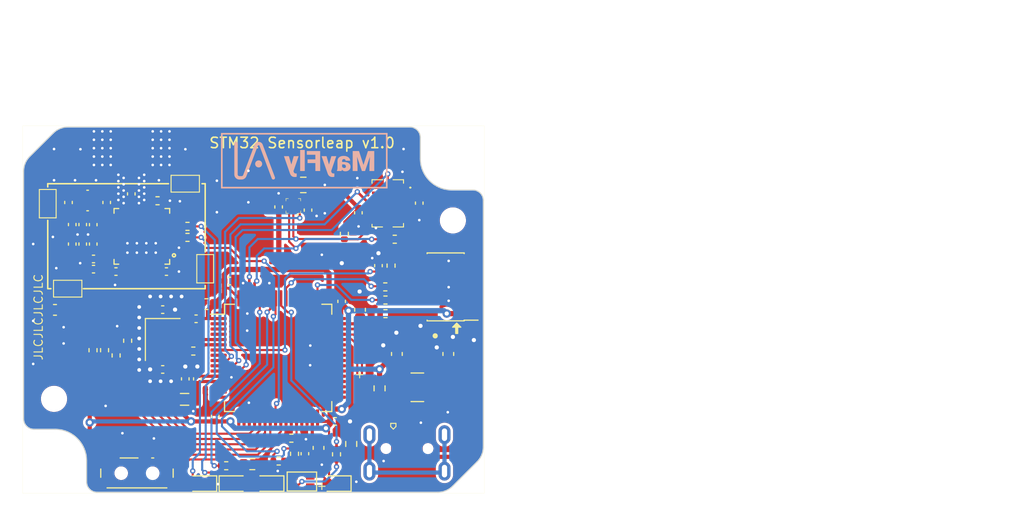
<source format=kicad_pcb>
(kicad_pcb (version 20221018) (generator pcbnew)
  (layers (0 "F.Cu" signal) (1 "In1.Cu" power) (2 "In2.Cu" power) (31 "B.Cu" signal) (34 "B.Paste" user) (35 "F.Paste" user) (36 "B.SilkS" user "B.Silkscreen") (37 "F.SilkS" user "F.Silkscreen") (38 "B.Mask" user) (39 "F.Mask" user) (44 "Edge.Cuts" user))
  (net 0 "")
  (net 1 "GND")
  (net 2 "+3V3")
  (net 3 "+3.3VA")
  (net 4 "Net-(U200-VCAP_1)")
  (net 5 "Net-(U200-VCAP_2)")
  (net 6 "HSE_IN")
  (net 7 "Net-(C211-Pad1)")
  (net 8 "NRST")
  (net 9 "+5V")
  (net 10 "Net-(D102-K)")
  (net 11 "Net-(D200-K)")
  (net 12 "Net-(D200-A)")
  (net 13 "Net-(D201-RK)")
  (net 14 "Net-(D201-GK)")
  (net 15 "Net-(D201-BK)")
  (net 16 "Net-(J401-Pin_2)")
  (net 17 "Net-(J401-Pin_4)")
  (net 18 "Net-(J401-Pin_6)")
  (net 21 "Net-(J401-Pin_10)")
  (net 23 "unconnected-(J402-Shield-Pad6)")
  (net 24 "HSE_OUT")
  (net 25 "BOOT0")
  (net 26 "BOOT1")
  (net 27 "I2C1_SCL")
  (net 28 "I2C1_SDA")
  (net 29 "TIM3_CH1")
  (net 30 "TIM3_CH2")
  (net 31 "TIM4_CH1")
  (net 33 "SWDIO")
  (net 34 "SWCLK")
  (net 35 "SWO")
  (net 36 "SPI1_!CS_ACC")
  (net 37 "SPI1_SCK")
  (net 38 "SPI1_MISO")
  (net 39 "SPI1_MOSI")
  (net 44 "USB_D-")
  (net 45 "USB_D+")
  (net 46 "SPI3_!CS")
  (net 47 "SPI3_SCK")
  (net 48 "SPI3_MISO")
  (net 49 "SPI3_MOSI")
  (net 59 "IRQ_DW")
  (net 60 "RST_DW")
  (net 71 "Net-(U301-SW)")
  (net 72 "Net-(U301-PG)")
  (net 74 "INT_GYR")
  (net 75 "INT_ACC")
  (net 76 "DW_XT0")
  (net 78 "Net-(U1-VIO_D)")
  (net 79 "DW_XT1")
  (net 80 "RF1")
  (net 81 "Net-(U1-RF1)")
  (net 82 "Net-(U1-VTX_D)")
  (net 83 "Net-(U3-CRST)")
  (net 84 "Net-(D1-A)")
  (net 85 "Net-(D2-A)")
  (net 86 "IRQ_MM350")
  (net 87 "Net-(U1-SPIMISO)")
  (net 88 "Net-(U1-SPICLK)")
  (net 89 "Net-(U1-SPICSn)")
  (net 90 "Net-(U1-SPIMOSI)")
  (net 91 "Net-(U1-RF2)")
  (net 92 "Net-(U1-GPIO2{slash}RXLED)")
  (net 93 "Net-(U1-GPIO3{slash}TXLED)")
  (net 102 "Net-(U2-INT2)")
  (net 105 "Net-(U1-VDD2a)")
  (footprint "Capacitor_SMD:C_0603_1608Metric" (layer "F.Cu") (at 117.51394 116.973529 180)
    (fp_text reference "C200" hide)
    (fp_text value "4u7")
  )
  (footprint "Capacitor_SMD:C_0402_1005Metric" (layer "F.Cu") (at 116.53394 118.373529 180)
    (fp_text reference "C201" hide)
    (fp_text value "100n")
  )
  (footprint "Capacitor_SMD:C_0402_1005Metric" (layer "F.Cu") (at 118.361288 127.668529 90)
    (fp_text reference "C202")
    (fp_text value "100n")
  )
  (footprint "Capacitor_SMD:C_0402_1005Metric" (layer "F.Cu") (at 129.788616 128.148529)
    (fp_text reference "C203")
    (fp_text value "100n")
  )
  (footprint "Capacitor_SMD:C_0402_1005Metric" (layer "F.Cu") (at 130.403616 116.713529 90)
    (fp_text reference "C204")
    (fp_text value "100n")
  )
  (footprint "Capacitor_SMD:C_0402_1005Metric" (layer "F.Cu") (at 119.71394 114.773529)
    (fp_text reference "C205")
    (fp_text value "100n")
  )
  (footprint "Capacitor_SMD:C_0402_1005Metric" (layer "F.Cu") (at 115.503616 124.098529 90)
    (fp_text reference "C206" hide)
    (fp_text value "1u")
  )
  (footprint "Capacitor_SMD:C_0402_1005Metric" (layer "F.Cu") (at 116.653616 124.098529 90)
    (fp_text reference "C207" hide)
    (fp_text value "10n")
  )
  (footprint "Capacitor_SMD:C_0603_1608Metric" (layer "F.Cu") (at 128.2 130.673529 -90)
    (fp_text reference "C208")
    (fp_text value "2u2")
  )
  (footprint "Capacitor_SMD:C_0603_1608Metric" (layer "F.Cu") (at 132.153616 117.511029 90)
    (fp_text reference "C209")
    (fp_text value "2u2")
  )
  (footprint "Capacitor_SMD:C_0402_1005Metric" (layer "F.Cu") (at 113.353616 117.498529)
    (fp_text reference "C210" hide)
    (fp_text value "12p")
  )
  (footprint "Capacitor_SMD:C_0402_1005Metric" (layer "F.Cu") (at 113.353616 123.198529 180)
    (fp_text reference "C211" hide)
    (fp_text value "12p")
  )
  (footprint "Capacitor_SMD:C_0402_1005Metric" (layer "F.Cu") (at 126.9 131.228529 90)
    (fp_text reference "C212")
    (fp_text value "100n")
  )
  (footprint "Capacitor_SMD:C_0402_1005Metric" (layer "F.Cu") (at 133.90894 113.308529 90)
    (fp_text reference "C400")
    (fp_text value "100n")
  )
  (footprint "LED_SMD:LED_0603_1608Metric" (layer "F.Cu") (at 129.81394 134.073529 180)
    (fp_text reference "D102" hide)
    (fp_text value "LED-G")
  )
  (footprint "LED_SMD:LED_0603_1608Metric" (layer "F.Cu") (at 123.41394 134.073529 180)
    (fp_text reference "D200")
    (fp_text value "LED-R")
  )
  (footprint "MayFly-Library:19-237-R6GHBHC-A01-2T" (layer "F.Cu") (at 126.61394 133.873529)
    (fp_text reference "D201" hide)
    (fp_text value "19-237/R6GHBHC-A01/2T")
  )
  (footprint "Inductor_SMD:L_0805_2012Metric" (layer "F.Cu") (at 115.4375 126.048529 180)
    (fp_text reference "FB200")
    (fp_text value "600 @ 600 MHz")
  )
  (footprint "Resistor_SMD:R_0603_1608Metric" (layer "F.Cu") (at 131.31394 130.298529 90)
    (fp_text reference "R105" hide)
    (fp_text value "1k5" hide)
  )
  (footprint "Resistor_SMD:R_0402_1005Metric" (layer "F.Cu") (at 116.268616 121.448529 180)
    (fp_text reference "R200")
    (fp_text value "47R")
  )
  (footprint "Resistor_SMD:R_0402_1005Metric" (layer "F.Cu") (at 119.40394 132.373529 180)
    (fp_text reference "R201")
    (fp_text value "10k")
  )
  (footprint "Resistor_SMD:R_0603_1608Metric" (layer "F.Cu") (at 121.88894 132.223529 180)
    (fp_text reference "R202")
    (fp_text value "1k")
  )
  (footprint "Resistor_SMD:R_0402_1005Metric" (layer "F.Cu") (at 125.61 129.748529 180)
    (fp_text reference "R203")
    (fp_text value "10k")
  )
  (footprint "Resistor_SMD:R_0402_1005Metric" (layer "F.Cu") (at 135.46144 110.794529 180)
    (fp_text reference "R204")
    (fp_text value "2k2")
  )
  (footprint "Resistor_SMD:R_0402_1005Metric" (layer "F.Cu") (at 130.66144 110.284529 -90)
    (fp_text reference "R205")
    (fp_text value "2k2")
  )
  (footprint "Resistor_SMD:R_0402_1005Metric" (layer "F.Cu") (at 129.91394 131.283529 90)
    (fp_text reference "R206")
    (fp_text value "1k")
  )
  (footprint "Resistor_SMD:R_0402_1005Metric" (layer "F.Cu") (at 124.40394 131.923529 180)
    (fp_text reference "R207")
    (fp_text value "1k")
  )
  (footprint "Resistor_SMD:R_0402_1005Metric" (layer "F.Cu") (at 125.91394 131.238529 90)
    (fp_text reference "R208")
    (fp_text value "1k")
  )
  (footprint "Resistor_SMD:R_0402_1005Metric" (layer "F.Cu") (at 134.57394 117.883529)
    (fp_text reference "R400")
    (fp_text value "22R")
  )
  (footprint "Resistor_SMD:R_0402_1005Metric" (layer "F.Cu") (at 134.57394 116.583529)
    (fp_text reference "R401")
    (fp_text value "22R")
  )
  (footprint "Resistor_SMD:R_0402_1005Metric" (layer "F.Cu") (at 134.55894 115.333529)
    (fp_text reference "R402")
    (fp_text value "22R")
  )
  (footprint "Resistor_SMD:R_0402_1005Metric" (layer "F.Cu") (at 135.10894 113.308529 90)
    (fp_text reference "R403")
    (fp_text value "22R")
  )
  (footprint "Button_Switch_SMD:SW_SPDT_PCM12" (layer "F.Cu") (at 110.9 132.753529)
    (fp_text reference "SW200")
    (fp_text value "SW_SPDT")
  )
  (footprint "Package_QFP:LQFP-64_10x10mm_P0.5mm" (layer "F.Cu") (at 124.353616 122.098529)
    (fp_text reference "U200")
    (fp_text value "STM32F405RGT6")
  )
  (footprint "Crystal:Crystal_SMD_3225-4Pin_3.2x2.5mm" (layer "F.Cu") (at 113.353616 120.348529 -90)
    (fp_text reference "Y200" hide)
    (fp_text value "16MHz")
  )
  (footprint "Connector_PinHeader_1.27mm:PinHeader_2x05_P1.27mm_Vertical_SMD" (layer "F.Cu") (at 140.30894 115.333529 180)
    (fp_text reference "J401")
    (fp_text value "SWD")
  )
  (footprint "MayFly-Library:5P Female Micro-B C40943" (layer "F.Cu") (at 136.625 123.786029)
    (fp_text reference "J402" hide)
    (fp_text value "USB_B_Micro")
  )
  (footprint "SamacSys_Parts:S091146R" (layer "F.Cu") (at 102.4 107.403529 90)
    (fp_text reference "MP2" hide)
    (fp_text value "S0911-46R" hide)
  )
  (footprint "Inductor_SMD:L_1210_3225Metric" (layer "F.Cu") (at 137.61394 124.898529 180)
    (fp_text reference "L1" hide)
    (fp_text value "1uH")
  )
  (footprint "SamacSys_Parts:BMI088" (layer "F.Cu") (at 134.79544 107.373529 -90)
    (fp_text reference "U2" hide)
    (fp_text value "BMI088" hide)
  )
  (footprint "Resistor_SMD:R_0402_1005Metric" (layer "F.Cu") (at 115.71394 110.617529)
    (fp_text reference "R6" hide)
    (fp_text value "1k")
  )
  (footprint "SamacSys_Parts:S091146R" (layer "F.Cu") (at 117.4 113.603529 -90)
    (fp_text reference "MP3" hide)
    (fp_text value "S0911-46R" hide)
  )
  (footprint "Capacitor_SMD:C_0402_1005Metric" (layer "F.Cu") (at 108.9 113.873529)
    (fp_text reference "C4" hide)
    (fp_text value "0.1uF")
  )
  (footprint "Capacitor_SMD:C_0402_1005Metric" (layer "F.Cu") (at 124.3975 107.719529 90)
    (fp_text reference "C18" hide)
    (fp_text value "0.1uF")
  )
  (footprint "Capacitor_SMD:C_0402_1005Metric" (layer "F.Cu") (at 110.36 106.473529 -90)
    (fp_text reference "C10" hide)
    (fp_text value "2.0pF")
  )
  (footprint "Resistor_SMD:R_0402_1005Metric" (layer "F.Cu") (at 110.01394 120.463529 -90)
    (fp_text reference "R3" hide)
    (fp_text value "49.9R" hide)
  )
  (footprint "Capacitor_SMD:C_0402_1005Metric" (layer "F.Cu") (at 113.71 113.873529 180)
    (fp_text reference "C7" hide)
    (fp_text value "0.1uF")
  )
  (footprint "Capacitor_SMD:C_0402_1005Metric" (layer "F.Cu") (at 108.017499 107.291729 -90)
    (fp_text reference "C9" hide)
    (fp_text value "3.3pF")
  )
  (footprint "Capacitor_SMD:C_0402_1005Metric" (layer "F.Cu") (at 106.734 109.403529 -90)
    (fp_text reference "C8" hide)
    (fp_text value "4.7nF")
  )
  (footprint "MountingHole:MountingHole_2.1mm" (layer "F.Cu") (at 103 126)
    (fp_text reference "H1" hide)
    (fp_text value "MountingHole")
  )
  (footprint "Capacitor_SMD:C_0402_1005Metric" (layer "F.Cu") (at 104.734 111.253529 90)
    (fp_text reference "C14" hide)
    (fp_text value "10uF" hide)
  )
  (footprint "Capacitor_SMD:C_0402_1005Metric" (layer "F.Cu") (at 106.76 113.643529 180)
    (fp_text reference "C5" hide)
    (fp_text value "4.7nF")
  )
  (footprint "Capacitor_SMD:C_0402_1005Metric" (layer "F.Cu") (at 131.99544 108.273529 -90)
    (fp_text reference "C16" hide)
    (fp_text value "0.1uF")
  )
  (footprint "Capacitor_SMD:C_0402_1005Metric" (layer "F.Cu") (at 137.79544 107.353529 90)
    (fp_text reference "C15" hide)
    (fp_text value "0.1uF")
  )
  (footprint "Capacitor_SMD:C_0402_1005Metric" (layer "F.Cu") (at 105.734 111.253529 90)
    (fp_text reference "C13" hide)
    (fp_text value "0.1uF")
  )
  (footprint "Resistor_SMD:R_0402_1005Metric" (layer "F.Cu") (at 115.71394 109.567529)
    (fp_text reference "R7" hide)
    (fp_text value "1.5k")
  )
  (footprint "MountingHole:MountingHole_2.1mm" (layer "F.Cu") (at 141 109)
    (fp_text reference "H2" hide)
    (fp_text value "MountingHole")
  )
  (footprint "Capacitor_SMD:C_0402_1005Metric" (layer "F.Cu") (at 105.734 109.393529 -90)
    (fp_text reference "C6" hide)
    (fp_text value "0.1uF")
  )
  (footprint "Capacitor_SMD:C_0603_1608Metric" (layer "F.Cu") (at 135.66394 121.723529 90)
    (fp_text reference "C302" hide)
    (fp_text value "22uF")
  )
  (footprint "SamacSys_Parts:S091146R" (layer "F.Cu") (at 115.5 105.503529 180)
    (fp_text reference "MP1" hide)
    (fp_text value "S0911-46R" hide)
  )
  (footprint "Capacitor_SMD:C_0603_1608Metric" (layer "F.Cu") (at 140.56394 121.723529 90)
    (fp_text reference "C301" hide)
    (fp_text value "10uF")
  )
  (footprint "MayFly-Library:QFN-40_5x5_Pitch0.4mm" (layer "F.Cu") (at 111.366 110.517529 180)
    (fp_text reference "U1" hide)
    (fp_text value "DW3220" hide)
  )
  (footprint "Resistor_SMD:R_0402_1005Metric" (layer "F.Cu") (at 112.86 107.127529 180)
    (fp_text reference "R5" hide)
    (fp_text value "49.9R")
  )
  (footprint "Capacitor_SMD:C_0402_1005Metric" (layer "F.Cu") (at 104.734 109.393529 -90)
    (fp_text reference "C2" hide)
    (fp_text value "10uF" hide)
  )
  (footprint "MayFly-Library:8Y38472012" (layer "F.Cu") (at 106.2 107.103529 90)
    (fp_text reference "X1" hide)
    (fp_text value "8Y38472012" hide)
  )
  (footprint "Capacitor_SMD:C_0402_1005Metric" (layer "F.Cu") (at 104.377499 107.291729 90)
    (fp_text reference "C3" hide)
    (fp_text value "3.3pF")
  )
  (footprint "Inductor_SMD:L_0402_1005Metric" (layer "F.Cu") (at 106.8 114.673529)
    (fp_text reference "FB1" hide)
    (fp_text value "33R@100MHz")
  )
  (footprint "SamacSys_Parts:S091146R" (layer "F.Cu") (at 104.3 115.503529 180)
    (fp_text reference "MP4" hide)
    (fp_text value "S0911-46R" hide)
  )
  (footprint "LED_SMD:LED_0603_1608Metric" (layer "F.Cu") (at 120.21394 134.073529)
    (fp_text reference "D2" hide)
    (fp_text value "LED-R")
  )
  (footprint "Capacitor_SMD:C_0402_1005Metric" (layer "F.Cu") (at 106.734 111.253529 90)
    (fp_text reference "C12" hide)
    (fp_text value "4.7nF")
  )
  (footprint "MayFly-Library:BMM350" (layer "F.Cu") (at 125.7975 107.619529 90)
    (fp_text reference "U3" hide)
    (fp_text value "BMM350")
  )
  (footprint "Capacitor_SMD:C_0402_1005Metric" (layer "F.Cu") (at 127.1975 108.019529 -90)
    (fp_text reference "C19" hide)
    (fp_text value "0.1uF")
  )
  (footprint "Resistor_SMD:R_0402_1005Metric" (layer "F.Cu") (at 108.91394 121.863529 -90)
    (fp_text reference "R2" hide)
    (fp_text value "49.9R" hide)
  )
  (footprint "Resistor_SMD:R_0603_1608Metric" (layer "F.Cu") (at 134.01394 124.998529 90)
    (fp_text reference "R301" hide)
    (fp_text value "180k")
  )
  (footprint "Capacitor_SMD:C_0603_1608Metric" (layer "F.Cu") (at 103.08894 117.523529 180)
    (fp_text reference "C1" hide)
    (fp_text value "10uF")
  )
  (footprint "Capacitor_SMD:C_0805_2012Metric" (layer "F.Cu") (at 126.7475 105.619529)
    (fp_text reference "C20" hide)
    (fp_text value "2.2uF")
  )
  (footprint "MayFly-Library:CON-SMA-EDGE-SRP" (layer "F.Cu") (at 110.4 102.117529)
    (fp_text reference "J1" hide)
    (fp_text value "RF EdgeConnector")
  )
  (footprint "Resistor_SMD:R_0402_1005Metric" (layer "F.Cu") (at 106.71394 121.363529 -90)
    (fp_text reference "R4" hide)
    (fp_text value "49.9R")
  )
  (footprint "Resistor_SMD:R_0402_1005Metric" (layer "F.Cu") (at 107.81394 121.363529 -90)
    (fp_text reference "R1" hide)
    (fp_text value "49.9R" hide)
  )
  (footprint "LED_SMD:LED_0603_1608Metric" (layer "F.Cu") (at 117.01394 134.073529 180)
    (fp_text reference "D1" hide)
    (fp_text value "LED-G")
  )
  (footprint "Capacitor_SMD:C_0402_1005Metric" (layer "F.Cu") (at 106.76 112.673529 180)
    (fp_text reference "C11" hide)
    (fp_text value "0.22uF")
  )
  (footprint "SamacSys_Parts:SON50P200X200X80-9N" (layer "F.Cu") (at 137.91394 121.398529 -90)
    (fp_text reference "U301" hide)
    (fp_text value "TPS62082" hide)
  )
  (gr_poly (pts (xy 125.47924 104.530342) (xy 125.504111 104.590667) (xy 125.511983 104.607563) (xy 125.520221 104.623924) (xy 125.528826 104.639747) (xy 125.537797 104.655035) (xy 125.547133 104.669786) (xy 125.556837 104.684001) (xy 125.566906 104.697679) (xy 125.577343 104.710821) (xy 125.588145 104.723426) (xy 125.599315 104.735495) (xy 125.610851 104.747028) (xy 125.622755 104.758024) (xy 125.635025 104.768484) (xy 125.647663 104.778407) (xy 125.660668 104.787794) (xy 125.67404 104.796645) (xy 125.687779 104.804959) (xy 125.701886 104.812737) (xy 125.716361 104.819978) (xy 125.731203 104.826683) (xy 125.746413 104.832852) (xy 125.761991 104.838484) (xy 125.777937 104.84358) (xy 125.794251 104.848139) (xy 125.810934 104.852162) (xy 125.827984 104.855649) (xy 125.845403 104.858599) (xy 125.863191 104.861013) (xy 125.881347 104.86289) (xy 125.899871 104.864231) (xy 125.938027 104.865304) (xy 125.959782 104.864906) (xy 125.981791 104.863708) (xy 126.00406 104.861704) (xy 126.026596 104.858888) (xy 126.049405 104.855253) (xy 126.072493 104.850794) (xy 126.095867 104.845503) (xy 126.119531 104.839375) (xy 126.119531 104.52558) (xy 126.061852 104.52558) (xy 126.039328 104.525158) (xy 126.028586 104.524631) (xy 126.018188 104.523893) (xy 126.008134 104.522944) (xy 125.998424 104.521784) (xy 125.989056 104.520414) (xy 125.98003 104.518833) (xy 125.971345 104.51704) (xy 125.963001 104.515037) (xy 125.954996 104.512824) (xy 125.947329 104.510399) (xy 125.940001 104.507763) (xy 125.93301 104.504917) (xy 125.926355 104.50186) (xy 125.920036 104.498592) (xy 125.91399 104.495057) (xy 125.908153 104.491198) (xy 125.902523 104.487013) (xy 125.8971 104.482502) (xy 125.891881 104.477662) (xy 125.886866 104.472491) (xy 125.882052 104.466989) (xy 125.877438 104.461153) (xy 125.873022 104.454983) (xy 125.868804 104.448476) (xy 125.86478 104.441631) (xy 125.860951 104.434447) (xy 125.857314 104.426921) (xy 125.853867 104.419054) (xy 125.85061 104.410841) (xy 125.84754 104.402284) (xy 125.812086 104.308092) (xy 126.029379 103.676796) (xy 125.610473 103.676796) (xy 125.609944 103.677326) (xy 125.610277 103.676135) (xy 125.610473 103.676796) (xy 126.029379 103.676796) (xy 126.303682 102.879871) (xy 125.833253 102.879871) (xy 125.610277 103.676135) (xy 125.374994 102.879342) (xy 124.902978 102.879342)) (fill solid) (layer "B.SilkS"))
  (gr_poly (pts (xy 122.477655 101.515464) (xy 122.461734 101.516401) (xy 122.445932 101.517951) (xy 122.430264 101.520102) (xy 122.414745 101.522846) (xy 122.399389 101.526172) (xy 122.384212 101.53007) (xy 122.369228 101.53453) (xy 122.354451 101.539542) (xy 122.339897 101.545096) (xy 122.32558 101.551182) (xy 122.311516 101.557789) (xy 122.297717 101.564908) (xy 122.2842 101.572528) (xy 122.27098 101.58064) (xy 122.25807 101.589233) (xy 122.245485 101.598298) (xy 122.233241 101.607823) (xy 122.221352 101.6178) (xy 122.209833 101.628218) (xy 122.198698 101.639067) (xy 122.187962 101.650336) (xy 122.177641 101.662017) (xy 122.167748 101.674098) (xy 122.158298 101.68657) (xy 122.149306 101.699423) (xy 122.140788 101.712646) (xy 122.132756 101.726229) (xy 122.125228 101.740163) (xy 122.118216 101.754437) (xy 122.111736 101.769042) (xy 122.105802 101.783966) (xy 121.021538 104.675862) (xy 121.016647 104.687422) (xy 121.010933 104.698466) (xy 121.00444 104.708964) (xy 120.997214 104.718882) (xy 120.989299 104.728189) (xy 120.980742 104.736854) (xy 120.971585 104.744844) (xy 120.961876 104.752128) (xy 120.951657 104.758674) (xy 120.940976 104.764451) (xy 120.929875 104.769426) (xy 120.918401 104.773568) (xy 120.906599 104.776844) (xy 120.894513 104.779224) (xy 120.882188 104.780675) (xy 120.869669 104.781166) (xy 120.660119 104.781166) (xy 120.651786 104.780955) (xy 120.643563 104.78033) (xy 120.635459 104.7793) (xy 120.627485 104.777876) (xy 120.619651 104.776068) (xy 120.611967 104.773886) (xy 120.604444 104.771341) (xy 120.59709 104.768441) (xy 120.589918 104.765199) (xy 120.582936 104.761623) (xy 120.576155 104.757724) (xy 120.569585 104.753512) (xy 120.563236 104.748998) (xy 120.557119 104.744191) (xy 120.551244 104.739101) (xy 120.545621 104.73374) (xy 120.540259 104.728116) (xy 120.53517 104.722241) (xy 120.530363 104.716124) (xy 120.525848 104.709775) (xy 120.521636 104.703206) (xy 120.517737 104.696425) (xy 120.514161 104.689443) (xy 120.510919 104.68227) (xy 120.50802 104.674917) (xy 120.505474 104.667393) (xy 120.503292 104.659709) (xy 120.501484 104.651875) (xy 120.50006 104.643901) (xy 120.49903 104.635797) (xy 120.498405 104.627574) (xy 120.498194 104.619241) (xy 120.498194 101.677604) (xy 120.497983 101.669272) (xy 120.497358 101.661048) (xy 120.496328 101.652945) (xy 120.494904 101.644971) (xy 120.493096 101.637137) (xy 120.490914 101.629453) (xy 120.488368 101.621929) (xy 120.485469 101.614576) (xy 120.482226 101.607403) (xy 120.478651 101.600421) (xy 120.474752 101.59364) (xy 120.47054 101.58707) (xy 120.466025 101.580722) (xy 120.461218 101.574605) (xy 120.456129 101.568729) (xy 120.450767 101.563106) (xy 120.445144 101.557744) (xy 120.439268 101.552655) (xy 120.433151 101.547848) (xy 120.426803 101.543333) (xy 120.420233 101.539122) (xy 120.413452 101.535223) (xy 120.40647 101.531647) (xy 120.399298 101.528404) (xy 120.391944 101.525505) (xy 120.384421 101.522959) (xy 120.376737 101.520777) (xy 120.368903 101.518969) (xy 120.360929 101.517545) (xy 120.352825 101.516515) (xy 120.344602 101.51589) (xy 120.336269 101.515679) (xy 120.327937 101.51589) (xy 120.319713 101.516515) (xy 120.31161 101.517545) (xy 120.303636 101.518969) (xy 120.295802 101.520777) (xy 120.288118 101.522959) (xy 120.280594 101.525505) (xy 120.273241 101.528404) (xy 120.266068 101.531647) (xy 120.259086 101.535223) (xy 120.252305 101.539122) (xy 120.245736 101.543333) (xy 120.239387 101.547848) (xy 120.23327 101.552655) (xy 120.227395 101.557744) (xy 120.221771 101.563106) (xy 120.21641 101.568729) (xy 120.21132 101.574605) (xy 120.206513 101.580722) (xy 120.201999 101.58707) (xy 120.197787 101.59364) (xy 120.193888 101.600421) (xy 120.190312 101.607403) (xy 120.187069 101.614576) (xy 120.18417 101.621929) (xy 120.181624 101.629453) (xy 120.179442 101.637137) (xy 120.177634 101.644971) (xy 120.17621 101.652945) (xy 120.17518 101.661048) (xy 120.174555 101.669272) (xy 120.174344 101.677604) (xy 120.174344 104.618712) (xy 120.174978 104.643663) (xy 120.176858 104.668292) (xy 120.179954 104.692568) (xy 120.184235 104.716461) (xy 120.189671 104.739938) (xy 120.196229 104.76297) (xy 120.20388 104.785526) (xy 120.212593 104.807574) (xy 120.222337 104.829085) (xy 120.233081 104.850027) (xy 120.244794 104.870369) (xy 120.257446 104.890081) (xy 120.271006 104.909132) (xy 120.285442 104.92749) (xy 120.300725 104.945126) (xy 120.316822 104.962008) (xy 120.333704 104.978106) (xy 120.35134 104.993389) (xy 120.369699 105.007825) (xy 120.38875 105.021385) (xy 120.408461 105.034036) (xy 120.428804 105.04575) (xy 120.449745 105.056494) (xy 120.471256 105.066238) (xy 120.493305 105.074951) (xy 120.51586 105.082602) (xy 120.538892 105.08916) (xy 120.56237 105.094596) (xy 120.586262 105.098877) (xy 120.610538 105.101973) (xy 120.635167 105.103853) (xy 120.660119 105.104487) (xy 120.869669 105.104487) (xy 120.888512 105.104116) (xy 120.907225 105.103014) (xy 120.925794 105.101192) (xy 120.9442 105.098662) (xy 120.962426 105.095435) (xy 120.980456 105.091525) (xy 120.998273 105.086942) (xy 121.015859 105.081699) (xy 121.033198 105.075809) (xy 121.050273 105.069282) (xy 121.067067 105.062131) (xy 121.083562 105.054369) (xy 121.099743 105.046006) (xy 121.115591 105.037056) (xy 121.13109 105.027529) (xy 121.146224 105.017439) (xy 121.160974 105.006796) (xy 121.175325 104.995614) (xy 121.189259 104.983904) (xy 121.202759 104.971678) (xy 121.215808 104.958948) (xy 121.22839 104.945727) (xy 121.240487 104.932025) (xy 121.252082 104.917856) (xy 121.263159 104.903231) (xy 121.2737 104.888162) (xy 121.283689 104.872662) (xy 121.293108 104.856742) (xy 121.301941 104.840414) (xy 121.310171 104.82369) (xy 121.31778 104.806582) (xy 121.324752 104.789103) (xy 122.409014 101.897737) (xy 122.411732 101.891322) (xy 122.414909 101.885186) (xy 122.41852 101.879348) (xy 122.422541 101.873825) (xy 122.426946 101.868638) (xy 122.43171 101.863804) (xy 122.43681 101.859343) (xy 122.442219 101.855272) (xy 122.447914 101.85161) (xy 122.453869 101.848376) (xy 122.46006 101.845588) (xy 122.466462 101.843266) (xy 122.47305 101.841427) (xy 122.479799 101.840091) (xy 122.486684 101.839276) (xy 122.493681 101.839) (xy 122.497192 101.839069) (xy 122.500678 101.839276) (xy 122.504136 101.839617) (xy 122.507564 101.840091) (xy 122.510957 101.840695) (xy 122.514313 101.841427) (xy 122.517628 101.842285) (xy 122.5209 101.843266) (xy 122.524126 101.844368) (xy 122.527302 101.845588) (xy 122.530425 101.846925) (xy 122.533493 101.848376) (xy 122.536501 101.849938) (xy 122.539448 101.85161) (xy 122.54233 101.853388) (xy 122.545143 101.855272) (xy 122.547885 101.857257) (xy 122.550552 101.859343) (xy 122.553142 101.861526) (xy 122.555652 101.863804) (xy 122.558078 101.866176) (xy 122.560416 101.868638) (xy 122.562665 101.871189) (xy 122.564821 101.873825) (xy 122.566881 101.876546) (xy 122.568842 101.879348) (xy 122.5707 101.882228) (xy 122.572453 101.885186) (xy 122.574097 101.888218) (xy 122.57563 101.891322) (xy 122.577048 101.894496) (xy 122.578348 101.897737) (xy 123.741456 104.999712) (xy 123.746452 105.011621) (xy 123.752279 105.022924) (xy 123.758888 105.033599) (xy 123.766228 105.043624) (xy 123.77425 105.052977) (xy 123.782904 105.061634) (xy 123.792142 105.069573) (xy 123.801913 105.076772) (xy 123.812168 105.083208) (xy 123.822856 105.088859) (xy 123.83393 105.093702) (xy 123.845338 105.097715) (xy 123.857031 105.100876) (xy 123.86896 105.103161) (xy 123.881075 105.104548) (xy 123.893326 105.105016) (xy 123.896811 105.104973) (xy 123.900317 105.104843) (xy 123.903842 105.104629) (xy 123.907383 105.10433) (xy 123.910935 105.103947) (xy 123.914497 105.103481) (xy 123.918066 105.102933) (xy 123.921637 105.102304) (xy 123.925209 105.101594) (xy 123.928777 105.100804) (xy 123.932339 105.099936) (xy 123.935892 105.098989) (xy 123.939432 105.097964) (xy 123.942957 105.096863) (xy 123.946463 105.095685) (xy 123.949948 105.094433) (xy 123.957664 105.091325) (xy 123.965133 105.087865) (xy 123.972348 105.084065) (xy 123.979303 105.07994) (xy 123.985993 105.075501) (xy 123.992411 105.070763) (xy 123.998552 105.065739) (xy 124.00441 105.060442) (xy 124.009979 105.054885) (xy 124.015253 105.049082) (xy 124.020226 105.043046) (xy 124.024892 105.03679) (xy 124.029245 105.030327) (xy 124.033279 105.023671) (xy 124.036989 105.016835) (xy 124.040369 105.009832) (xy 124.043412 105.002676) (xy 124.046112 104.99538) (xy 124.048465 104.987956) (xy 124.050463 104.980419) (xy 124.052101 104.972782) (xy 124.053374 104.965057) (xy 124.054274 104.957259) (xy 124.054797 104.9494) (xy 124.054936 104.941494) (xy 124.054685 104.933553) (xy 124.054039 104.925592) (xy 124.052991 104.917624) (xy 124.051536 104.909661) (xy 124.049668 104.901718) (xy 124.047381 104.893807) (xy 124.044668 104.885941) (xy 122.88156 101.783966) (xy 122.869147 101.754437) (xy 122.854606 101.726229) (xy 122.838056 101.699423) (xy 122.819615 101.674098) (xy 122.7994 101.650336) (xy 122.77753 101.628218) (xy 122.754121 101.607823) (xy 122.729293 101.589233) (xy 122.703162 101.572528) (xy 122.675847 101.557789) (xy 122.647465 101.545096) (xy 122.618135 101.53453) (xy 122.587973 101.526172) (xy 122.557099 101.520102) (xy 122.525629 101.516401) (xy 122.493681 101.51515)) (fill solid) (layer "B.SilkS"))
  (gr_poly (pts (xy 127.082085 102.744933) (xy 127.896473 102.744933) (xy 127.896473 103.182554) (xy 127.156698 103.182554) (xy 127.156698 103.536037) (xy 127.896473 103.536037) (xy 127.896473 104.294333) (xy 128.35526 104.294333) (xy 128.35526 102.390921) (xy 127.082085 102.390921)) (fill solid) (layer "B.SilkS"))
  (gr_poly (pts (xy 130.560248 102.853927) (xy 130.527753 102.855471) (xy 130.496149 102.858045) (xy 130.465436 102.861648) (xy 130.435613 102.86628) (xy 130.406679 102.871942) (xy 130.378634 102.878633) (xy 130.351475 102.886353) (xy 130.325204 102.895103) (xy 130.299819 102.904882) (xy 130.275318 102.915691) (xy 130.251703 102.927529) (xy 130.228971 102.940397) (xy 130.207121 102.954293) (xy 130.186154 102.96922) (xy 130.166069 102.985175) (xy 130.147025 103.00203) (xy 130.129183 103.019654) (xy 130.112543 103.038046) (xy 130.097103 103.057208) (xy 130.082864 103.077139) (xy 130.069823 103.097838) (xy 130.057981 103.119306) (xy 130.047337 103.141544) (xy 130.037889 103.16455) (xy 130.029638 103.188325) (xy 130.022581 103.21287) (xy 130.01672 103.238183) (xy 130.012052 103.264265) (xy 130.008576 103.291116) (xy 130.006293 103.318736) (xy 130.005202 103.347125) (xy 130.005202 103.973129) (xy 130.003738 104.020332) (xy 130.002356 104.04287) (xy 130.000539 104.0647) (xy 129.998288 104.085819) (xy 129.995602 104.106228) (xy 129.992483 104.125925) (xy 129.98893 104.14491) (xy 129.984943 104.163182) (xy 129.980521 104.180739) (xy 129.975666 104.197582) (xy 129.970376 104.21371) (xy 129.964652 104.229121) (xy 129.958494 104.243816) (xy 129.951903 104.257792) (xy 129.944877 104.27105) (xy 129.944877 104.293275) (xy 130.385144 104.293275) (xy 130.386731 104.293804) (xy 130.389683 104.288285) (xy 130.392586 104.282444) (xy 130.395441 104.27628) (xy 130.398249 104.269793) (xy 130.40101 104.262984) (xy 130.403726 104.255853) (xy 130.406396 104.248399) (xy 130.409022 104.240623) (xy 130.414146 104.224103) (xy 130.419101 104.206293) (xy 130.423896 104.187194) (xy 130.428536 104.166804) (xy 130.444094 104.185352) (xy 130.46041 104.202698) (xy 130.477481 104.218842) (xy 130.49531 104.233785) (xy 130.513895 104.247528) (xy 130.533236 104.260073) (xy 130.553334 104.271419) (xy 130.574189 104.281567) (xy 130.5958 104.290519) (xy 130.618167 104.298274) (xy 130.641291 104.304834) (xy 130.665172 104.3102) (xy 130.689809 104.314372) (xy 130.715203 104.317351) (xy 130.741354 104.319138) (xy 130.76826 104.319733) (xy 130.793028 104.319262) (xy 130.817324 104.317847) (xy 130.841149 104.315488) (xy 130.864502 104.312184) (xy 130.887385 104.307935) (xy 130.909796 104.302739) (xy 130.931736 104.296596) (xy 130.953204 104.289505) (xy 130.974201 104.281465) (xy 130.994727 104.272475) (xy 131.014782 104.262535) (xy 131.034365 104.251644) (xy 131.053477 104.239802) (xy 131.072118 104.227006) (xy 131.090287 104.213257) (xy 131.107985 104.198554) (xy 131.124902 104.183225) (xy 131.140727 104.167401) (xy 131.155461 104.151085) (xy 131.169104 104.134277) (xy 131.181655 104.116979) (xy 131.193115 104.099193) (xy 131.203483 104.08092) (xy 131.21276 104.062161) (xy 131.220946 104.042919) (xy 131.22804 104.023195) (xy 131.234043 104.002991) (xy 131.238954 103.982307) (xy 131.242774 103.961146) (xy 131.245502 103.939508) (xy 131.247139 103.917397) (xy 131.247685 103.894812) (xy 131.24714 103.871529) (xy 130.80636 103.871529) (xy 130.806199 103.878977) (xy 130.805716 103.88624) (xy 130.804912 103.893318) (xy 130.803789 103.900212) (xy 130.802345 103.906923) (xy 130.800584 103.913452) (xy 130.798504 103.9198) (xy 130.796107 103.925967) (xy 130.793395 103.931955) (xy 130.790366 103.937763) (xy 130.787023 103.943393) (xy 130.783366 103.948846) (xy 130.779396 103.954121) (xy 130.775114 103.959221) (xy 130.770519 103.964146) (xy 130.765615 103.968896) (xy 130.760468 103.973411) (xy 130.755147 103.977629) (xy 130.749653 103.98155) (xy 130.743985 103.985176) (xy 130.738143 103.988508) (xy 130.732128 103.991546) (xy 130.725939 103.994291) (xy 130.719577 103.996744) (xy 130.713041 103.998905) (xy 130.706331 104.000776) (xy 130.699448 104.002356) (xy 130.692391 104.003648) (xy 130.68516 104.004651) (xy 130.677756 104.005366) (xy 130.670178 104.005795) (xy 130.662427 104.005938) (xy 130.662427 104.006467) (xy 130.65222 104.00633) (xy 130.642236 104.00592) (xy 130.632475 104.005235) (xy 130.622938 104.004276) (xy 130.613624 104.00304) (xy 130.604533 104.001528) (xy 130.595665 103.999738) (xy 130.587021 103.997669) (xy 130.578599 103.995322) (xy 130.570402 103.992695) (xy 130.562427 103.989787) (xy 130.554675 103.986598) (xy 130.547147 103.983127) (xy 130.539842 103.979373) (xy 130.532761 103.975335) (xy 130.525902 103.971013) (xy 130.519273 103.966604) (xy 130.51288 103.96211) (xy 130.506722 103.957532) (xy 130.5008 103.952872) (xy 130.495113 103.948132) (xy 130.489662 103.943312) (xy 130.484447 103.938415) (xy 130.479468 103.933442) (xy 130.474724 103.928394) (xy 130.470215 103.923274) (xy 130.465943 103.918082) (xy 130.461906 103.912821) (xy 130.458104 103.907491) (xy 130.454539 103.902095) (xy 130.451209 103.896634) (xy 130.448114 103.891109) (xy 130.448114 103.665154) (xy 130.576172 103.665154) (xy 130.604047 103.66596) (xy 130.630123 103.668379) (xy 130.642486 103.670193) (xy 130.6544 103.67241) (xy 130.665865 103.67503) (xy 130.67688 103.678053) (xy 130.687445 103.681479) (xy 130.69756 103.685308) (xy 130.707227 103.68954) (xy 130.716443 103.694176) (xy 130.72521 103.699214) (xy 130.733527 103.704656) (xy 130.741395 103.7105) (xy 130.748813 103.716748) (xy 130.755782 103.723399) (xy 130.762301 103.730453) (xy 130.76837 103.73791) (xy 130.77399 103.74577) (xy 130.77916 103.754033) (xy 130.783881 103.762699) (xy 130.788152 103.771768) (xy 130.791973 103.78124) (xy 130.795345 103.791116) (xy 130.798268 103.801394) (xy 130.80074 103.812076) (xy 130.802763 103.82316) (xy 130.804337 103.834648) (xy 130.805461 103.846539) (xy 130.806135 103.858833) (xy 130.80636 103.871529) (xy 131.24714 103.871529) (xy 131.247022 103.866479) (xy 131.245031 103.839027) (xy 131.241713 103.812455) (xy 131.237069 103.786763) (xy 131.231097 103.761952) (xy 131.223798 103.738022) (xy 131.215172 103.714972) (xy 131.205219 103.692803) (xy 131.19394 103.671515) (xy 131.181333 103.651107) (xy 131.167399 103.631579) (xy 131.152137 103.612932) (xy 131.135549 103.595166) (xy 131.117634 103.57828) (xy 131.098392 103.562275) (xy 131.077823 103.54715) (xy 131.055988 103.532925) (xy 131.03295 103.519617) (xy 131.008707 103.507227) (xy 130.983259 103.495755) (xy 130.956605 103.4852) (xy 130.928743 103.475564) (xy 130.899675 103.466845) (xy 130.869397 103.459044) (xy 130.837911 103.45216) (xy 130.805214 103.446195) (xy 130.771307 103.441147) (xy 130.736188 103.437017) (xy 130.699856 103.433805) (xy 130.662312 103.431511) (xy 130.623554 103.430134) (xy 130.583581 103.429675) (xy 130.447585 103.429675) (xy 130.447585 103.355063) (xy 130.448243 103.331324) (xy 130.450215 103.309123) (xy 130.453505 103.288458) (xy 130.455643 103.278702) (xy 130.458111 103.269329) (xy 130.460908 103.26034) (xy 130.464034 103.251735) (xy 130.467491 103.243513) (xy 130.471277 103.235674) (xy 130.475393 103.228219) (xy 130.479838 103.221147) (xy 130.484614 103.214458) (xy 130.48972 103.208153) (xy 130.495156 103.20223) (xy 130.500923 103.19669) (xy 130.507019 103.191532) (xy 130.513447 103.186757) (xy 130.520205 103.182365) (xy 130.527293 103.178356) (xy 130.534713 103.174728) (xy 130.542463 103.171483) (xy 130.550544 103.16862) (xy 130.558957 103.166139) (xy 130.5677 103.16404) (xy 130.576775 103.162323) (xy 130.586181 103.160987) (xy 130.595919 103.160034) (xy 130.605988 103.159461) (xy 130.616389 103.159271) (xy 130.626057 103.159423) (xy 130.635415 103.159878) (xy 130.644463 103.160638) (xy 130.653202 103.161701) (xy 130.661631 103.163067) (xy 130.669751 103.164737) (xy 130.677563 103.16671) (xy 130.685065 103.168986) (xy 130.692259 103.171565) (xy 130.699145 103.174447) (xy 130.705723 103.177633) (xy 130.711993 103.181121) (xy 130.717955 103.184911) (xy 130.723609 103.189004) (xy 130.728957 103.1934) (xy 130.733997 103.198098) (xy 130.73873 103.203099) (xy 130.743156 103.208401) (xy 130.747276 103.214006) (xy 130.751089 103.219913) (xy 130.754596 103.226122) (xy 130.757798 103.232632) (xy 130.760693 103.239445) (xy 130.763283 103.246558) (xy 130.765567 103.253974) (xy 130.767546 103.261691) (xy 130.76922 103.269709) (xy 130.77059 103.278028) (xy 130.771654 103.286649) (xy 130.772415 103.295571) (xy 130.772871 103.304793) (xy 130.773023 103.314317) (xy 131.213289 103.314317) (xy 131.212607 103.289016) (xy 131.210561 103.264311) (xy 131.20715 103.240204) (xy 131.202375 103.216694) (xy 131.196236 103.193782) (xy 131.188733 103.17147) (xy 131.179865 103.149757) (xy 131.169633 103.128645) (xy 131.158037 103.108135) (xy 131.145076 103.088227) (xy 131.130752 103.068922) (xy 131.115063 103.050221) (xy 131.098009 103.032125) (xy 131.079592 103.014634) (xy 131.05981 102.997749) (xy 131.038664 102.981471) (xy 131.016464 102.965993) (xy 130.993519 102.951508) (xy 130.969828 102.938016) (xy 130.94539 102.92552) (xy 130.920206 102.914018) (xy 130.894273 102.903513) (xy 130.867592 102.894004) (xy 130.840161 102.885493) (xy 130.811979 102.877981) (xy 130.783047 102.871467) (xy 130.753362 102.865954) (xy 130.722926 102.861441) (xy 130.691735 102.85793) (xy 130.65979 102.855421) (xy 130.627091 102.853915) (xy 130.593635 102.853413)) (fill solid) (layer "B.SilkS"))
  (gr_poly (pts (xy 118.904345 105.956446) (xy 134.779344 105.956446) (xy 134.779344 105.797696) (xy 134.620594 105.797696) (xy 119.063094 105.797696) (xy 119.063094 100.823529) (xy 134.620594 100.823529) (xy 134.620594 105.797696) (xy 134.779344 105.797696) (xy 134.779344 100.664779) (xy 118.904345 100.664779)) (fill solid) (layer "B.SilkS"))
  (gr_poly (pts (xy 132.481702 103.714896) (xy 132.058369 102.390921) (xy 131.45459 102.390921) (xy 131.45459 104.293804) (xy 131.914435 104.293804) (xy 131.914435 103.849304) (xy 131.869985 102.939667) (xy 132.329831 104.293804) (xy 132.633044 104.293804) (xy 133.094477 102.938608) (xy 133.050027 103.849833) (xy 133.050027 104.294333) (xy 133.508815 104.294333) (xy 133.508815 102.390921) (xy 132.906623 102.390921)) (fill solid) (layer "B.SilkS"))
  (gr_poly (pts (xy 122.477001 103.281414) (xy 122.460017 103.282706) (xy 122.44328 103.284832) (xy 122.426811 103.287774) (xy 122.410631 103.291508) (xy 122.39476 103.296015) (xy 122.379221 103.301272) (xy 122.364034 103.30726) (xy 122.34922 103.313958) (xy 122.3348 103.321343) (xy 122.320795 103.329396) (xy 122.307226 103.338095) (xy 122.294114 103.347419) (xy 122.28148 103.357347) (xy 122.269345 103.367859) (xy 122.25773 103.378932) (xy 122.246657 103.390547) (xy 122.236145 103.402682) (xy 122.226217 103.415316) (xy 122.216893 103.428428) (xy 122.208194 103.441997) (xy 122.200141 103.456002) (xy 122.192756 103.470422) (xy 122.186058 103.485236) (xy 122.18007 103.500423) (xy 122.174812 103.515962) (xy 122.170306 103.531832) (xy 122.166571 103.548012) (xy 122.16363 103.564481) (xy 122.161504 103.581219) (xy 122.160212 103.598203) (xy 122.159777 103.615412) (xy 122.160212 103.632622) (xy 122.161504 103.649606) (xy 122.16363 103.666343) (xy 122.166571 103.682812) (xy 122.170306 103.698993) (xy 122.174812 103.714863) (xy 122.18007 103.730402) (xy 122.186058 103.745589) (xy 122.192756 103.760403) (xy 122.200141 103.774823) (xy 122.208194 103.788828) (xy 122.216893 103.802397) (xy 122.226217 103.815509) (xy 122.236145 103.828143) (xy 122.246657 103.840278) (xy 122.25773 103.851892) (xy 122.269345 103.862966) (xy 122.28148 103.873477) (xy 122.294114 103.883406) (xy 122.307226 103.89273) (xy 122.320795 103.901429) (xy 122.3348 103.909481) (xy 122.34922 103.916867) (xy 122.364034 103.923564) (xy 122.379221 103.929552) (xy 122.39476 103.93481) (xy 122.410631 103.939317) (xy 122.426811 103.943051) (xy 122.44328 103.945992) (xy 122.460017 103.948119) (xy 122.477001 103.94941) (xy 122.494211 103.949846) (xy 122.511421 103.94941) (xy 122.528405 103.948119) (xy 122.545142 103.945992) (xy 122.561611 103.943051) (xy 122.577791 103.939317) (xy 122.593661 103.93481) (xy 122.6092 103.929552) (xy 122.624387 103.923564) (xy 122.639201 103.916867) (xy 122.653621 103.909481) (xy 122.667627 103.901429) (xy 122.681196 103.89273) (xy 122.694308 103.883406) (xy 122.706941 103.873477) (xy 122.719076 103.862966) (xy 122.730691 103.851892) (xy 122.741764 103.840278) (xy 122.752276 103.828143) (xy 122.762204 103.815509) (xy 122.771528 103.802397) (xy 122.780227 103.788828) (xy 122.78828 103.774823) (xy 122.795666 103.760403) (xy 122.802363 103.745589) (xy 122.808351 103.730402) (xy 122.813609 103.714863) (xy 122.818116 103.698993) (xy 122.82185 103.682812) (xy 122.824791 103.666343) (xy 122.826918 103.649606) (xy 122.828209 103.632622) (xy 122.828644 103.615412) (xy 122.828209 103.598203) (xy 122.826918 103.581219) (xy 122.824791 103.564481) (xy 122.82185 103.548012) (xy 122.818116 103.531832) (xy 122.813609 103.515962) (xy 122.808351 103.500423) (xy 122.802363 103.485236) (xy 122.795666 103.470422) (xy 122.78828 103.456002) (xy 122.780227 103.441997) (xy 122.771528 103.428428) (xy 122.762204 103.415316) (xy 122.752276 103.402682) (xy 122.741764 103.390547) (xy 122.730691 103.378932) (xy 122.719076 103.367859) (xy 122.706941 103.357347) (xy 122.694308 103.347419) (xy 122.681196 103.338095) (xy 122.667627 103.329396) (xy 122.653621 103.321343) (xy 122.639201 103.313958) (xy 122.624387 103.30726) (xy 122.6092 103.301272) (xy 122.593661 103.296015) (xy 122.577791 103.291508) (xy 122.561611 103.287774) (xy 122.545142 103.284832) (xy 122.528405 103.282706) (xy 122.511421 103.281414) (xy 122.494211 103.280979)) (fill solid) (layer "B.SilkS"))
  (gr_poly (pts (xy 129.065932 104.530342) (xy 129.090803 104.590667) (xy 129.098675 104.607563) (xy 129.106913 104.623924) (xy 129.115518 104.639747) (xy 129.124488 104.655035) (xy 129.133825 104.669786) (xy 129.143529 104.684001) (xy 129.153598 104.697679) (xy 129.164034 104.710821) (xy 129.174837 104.723426) (xy 129.186007 104.735495) (xy 129.197543 104.747028) (xy 129.209447 104.758024) (xy 129.221717 104.768484) (xy 129.234355 104.778407) (xy 129.247359 104.787794) (xy 129.260731 104.796645) (xy 129.274471 104.804959) (xy 129.288578 104.812737) (xy 129.303052 104.819978) (xy 129.317895 104.826683) (xy 129.333105 104.832852) (xy 129.348683 104.838484) (xy 129.364629 104.84358) (xy 129.380943 104.848139) (xy 129.397625 104.852162) (xy 129.414676 104.855649) (xy 129.432095 104.858599) (xy 129.449882 104.861013) (xy 129.468038 104.86289) (xy 129.486563 104.864231) (xy 129.524719 104.865304) (xy 129.546474 104.864906) (xy 129.568483 104.863708) (xy 129.590752 104.861704) (xy 129.613288 104.858888) (xy 129.636098 104.855253) (xy 129.659186 104.850794) (xy 129.682559 104.845503) (xy 129.706224 104.839375) (xy 129.706224 104.52558) (xy 129.648545 104.52558) (xy 129.626021 104.525158) (xy 129.615278 104.524631) (xy 129.60488 104.523893) (xy 129.594826 104.522944) (xy 129.585116 104.521784) (xy 129.575748 104.520414) (xy 129.566722 104.518833) (xy 129.558037 104.51704) (xy 129.549693 104.515037) (xy 129.541688 104.512824) (xy 129.534021 104.510399) (xy 129.526693 104.507763) (xy 129.519702 104.504917) (xy 129.513047 104.50186) (xy 129.506728 104.498592) (xy 129.500681 104.495057) (xy 129.494844 104.491198) (xy 129.489215 104.487013) (xy 129.483792 104.482502) (xy 129.478573 104.477662) (xy 129.473558 104.472491) (xy 129.468744 104.466989) (xy 129.46413 104.461153) (xy 129.459714 104.454983) (xy 129.455496 104.448476) (xy 129.451472 104.441631) (xy 129.447643 104.434447) (xy 129.444006 104.426921) (xy 129.440559 104.419054) (xy 129.437302 104.410841) (xy 129.434232 104.402284) (xy 129.398778 104.308092) (xy 129.616071 103.676796) (xy 129.197165 103.676796) (xy 129.196636 103.677326) (xy 129.19697 103.676135) (xy 129.197165 103.676796) (xy 129.616071 103.676796) (xy 129.890373 102.879871) (xy 129.419945 102.879871) (xy 129.19697 103.676135) (xy 128.961686 102.879342) (xy 128.489669 102.879342)) (fill solid) (layer "B.SilkS"))
  (gr_poly (pts (xy 126.447085 104.293804) (xy 126.88894 104.293804) (xy 126.88894 102.286146) (xy 126.447085 102.286146)) (fill solid) (layer "B.SilkS"))
  (gr_poly (pts (xy 141.46394 119.173529) (xy 141.46394 119.773529) (xy 141.26394 119.773529) (xy 141.26394 119.173529) (xy 140.96394 119.173529) (xy 141.36394 118.773529) (xy 141.76394 119.173529)) (stroke (width 0.1)) (fill solid) (layer "F.SilkS"))
  (gr_circle (center 114.425 112.327819) (end 114.475 112.377819) (stroke (width 0.15)) (fill none) (layer "F.SilkS"))
  (gr_line (start 117.4 112.003529) (end 117.4 105.503529) (stroke (width 0.15)) (layer "F.SilkS"))
  (gr_rect (start 100 100) (end 144 135) (stroke (width 0.01)) (fill none) (layer "F.SilkS"))
  (gr_line (start 102.4 115.503529) (end 102.7 115.503529) (stroke (width 0.15)) (layer "F.SilkS"))
  (gr_line (start 102.4 105.503529) (end 102.4 105.803529) (stroke (width 0.15)) (layer "F.SilkS"))
  (gr_line (start 102.4 105.503529) (end 113.9 105.503529) (stroke (width 0.15)) (layer "F.SilkS"))
  (gr_line (start 117.4 115.503529) (end 117.4 115.203529) (stroke (width 0.15)) (layer "F.SilkS"))
  (gr_line (start 117.4 105.503529) (end 117.1 105.503529) (stroke (width 0.15)) (layer "F.SilkS"))
  (gr_line (start 117.4 115.503529) (end 105.8 115.503529) (stroke (width 0.15)) (layer "F.SilkS"))
  (gr_line (start 102.4 115.473529) (end 102.4 109.003529) (stroke (width 0.15)) (layer "F.SilkS"))
  (gr_arc (start 140.978847 134.314214) (mid 140.330002 134.74777) (end 139.564633 134.9) (stroke (width 0.1)) (layer "Edge.Cuts"))
  (gr_line (start 101.1 128.9) (end 103.1 128.9) (stroke (width 0.1)) (layer "Edge.Cuts"))
  (gr_line (start 136.9 100.1) (end 104.335367 100.1) (stroke (width 0.1)) (layer "Edge.Cuts"))
  (gr_line (start 100.685786 102.911153) (end 102.921153 100.685786) (stroke (width 0.1)) (layer "Edge.Cuts"))
  (gr_arc (start 136.9 100.1) (mid 137.607107 100.392893) (end 137.9 101.1) (stroke (width 0.1)) (layer "Edge.Cuts"))
  (gr_arc (start 107.1 134.9) (mid 106.392893 134.607107) (end 106.1 133.9) (stroke (width 0.1)) (layer "Edge.Cuts"))
  (gr_arc (start 100.1 104.325367) (mid 100.252252 103.560007) (end 100.685786 102.911153) (stroke (width 0.1)) (layer "Edge.Cuts"))
  (gr_line (start 142.9 106.1) (end 140.9 106.1) (stroke (width 0.1)) (layer "Edge.Cuts"))
  (gr_line (start 107.1 134.9) (end 139.564633 134.9) (stroke (width 0.1)) (layer "Edge.Cuts"))
  (gr_arc (start 140.9 106.1) (mid 138.77868 105.22132) (end 137.9 103.1) (stroke (width 0.1)) (layer "Edge.Cuts"))
  (gr_line (start 143.314214 131.984214) (end 140.978847 134.314214) (stroke (width 0.1)) (layer "Edge.Cuts"))
  (gr_line (start 137.9 103.1) (end 137.9 101.1) (stroke (width 0.1)) (layer "Edge.Cuts"))
  (gr_line (start 106.1 131.9) (end 106.1 133.9) (stroke (width 0.1)) (layer "Edge.Cuts"))
  (gr_arc (start 101.1 128.9) (mid 100.392893 128.607107) (end 100.1 127.9) (stroke (width 0.1)) (layer "Edge.Cuts"))
  (gr_arc (start 143.9 130.57) (mid 143.747759 131.335367) (end 143.314214 131.984214) (stroke (width 0.1)) (layer "Edge.Cuts"))
  (gr_arc (start 103.1 128.9) (mid 105.22132 129.77868) (end 106.1 131.9) (stroke (width 0.1)) (layer "Edge.Cuts"))
  (gr_arc (start 102.921153 100.685786) (mid 103.569998 100.25223) (end 104.335367 100.1) (stroke (width 0.1)) (layer "Edge.Cuts"))
  (gr_arc (start 142.9 106.1) (mid 143.607107 106.392893) (end 143.9 107.1) (stroke (width 0.1)) (layer "Edge.Cuts"))
  (gr_line (start 143.9 130.57) (end 143.9 107.1) (stroke (width 0.1)) (layer "Edge.Cuts"))
  (gr_line (start 100.1 104.325367) (end 100.1 127.9) (stroke (width 0.1)) (layer "Edge.Cuts"))
  (gr_text "+" (at 132.11394 123.636029) (layer "F.SilkS") (effects (font (size 0.8 0.8) (thickness 0.1))))
  (gr_text "JLCJLCJLCJLC" (at 101.51394 118.217529 90) (layer "F.SilkS") (effects (font (size 0.8 0.8) (thickness 0.1))))
  (gr_text "STM32 Sensorleap v1.0" (at 117.7 102.2) (layer "F.SilkS") (effects (font (size 1 1)) (justify left bottom)))
  (segment (start 116.653616 122.923529) (end 116.653616 123.613529) (width 0.5) (layer "F.Cu") (net 1))
  (segment (start 131.99544 109.555029) (end 132.01394 109.573529) (width 0.25) (layer "F.Cu") (net 1))
  (segment (start 135.36494 107.373529) (end 135.96044 107.373529) (width 0.2) (layer "F.Cu") (net 1))
  (segment (start 112.873616 123.198529) (end 112.15894 123.198529) (width 0.3) (layer "F.Cu") (net 1))
  (segment (start 113.666 108.717529) (end 113.166 108.217529) (width 0.2) (layer "F.Cu") (net 1))
  (segment (start 109.38 114.582469) (end 108.81394 115.148529) (width 0.2) (layer "F.Cu") (net 1))
  (segment (start 106.304 110.343529) (end 106.734 110.773529) (width 0.2) (layer "F.Cu") (net 1))
  (segment (start 121.103616 126.833853) (end 121.56394 126.373529) (width 0.2) (layer "F.Cu") (net 1))
  (segment (start 110.766 108.217529) (end 111.166 108.217529) (width 0.2) (layer "F.Cu") (net 1))
  (segment (start 121.103616 117.563205) (end 121.41394 117.873529) (width 0.3) (layer "F.Cu") (net 1))
  (segment (start 135.28594 107.444529) (end 135.28594 108.294529) (width 0.2) (layer "F.Cu") (net 1))
  (segment (start 113.666 108.717529) (end 114.99 107.393529) (width 0.2) (layer "F.Cu") (net 1))
  (segment (start 118.678616 123.848529) (end 119.8 123.848529) (width 0.3) (layer "F.Cu") (net 1))
  (segment (start 113.316 107.127529) (end 114.036 107.127529) (width 0.2) (layer "F.Cu") (net 1))
  (segment (start 140.62288 115.333529) (end 140.59788 115.358529) (width 0.25) (layer "F.Cu") (net 1))
  (segment (start 135.96044 106.373529) (end 136.69544 106.373529) (width 0.25) (layer "F.Cu") (net 1))
  (segment (start 116.888616 123.848529) (end 116.653616 123.613529) (width 0.3) (layer "F.Cu") (net 1))
  (segment (start 137.66394 120.348529) (end 137.66394 119.298529) (width 0.25) (layer "F.Cu") (net 1))
  (segment (start 106.837499 107.535329) (end 106.597501 107.535329) (width 0.2) (layer "F.Cu") (net 1))
  (segment (start 112.15894 123.198529) (end 112.15394 123.193529) (width 0.25) (layer "F.Cu") (net 1))
  (segment (start 128.2 131.448529) (end 128.2 131.959589) (width 0.2) (layer "F.Cu") (net 1))
  (segment (start 118.678616 123.848529) (end 116.888616 123.848529) (width 0.3) (layer "F.Cu") (net 1))
  (segment (start 109.38 113.873529) (end 109.38 114.582469) (width 0.2) (layer "F.Cu") (net 1))
  (segment (start 109.566 108.217529) (end 109.566 107.547529) (width 0.2) (layer "F.Cu") (net 1))
  (segment (start 135.96044 108.373529) (end 136.68944 108.373529) (width 0.2) (layer "F.Cu") (net 1))
  (segment (start 117.80144 134.073529) (end 118.56394 134.073529) (width 0.2) (layer "F.Cu") (net 1))
  (segment (start 116.71394 116.173529) (end 115.228616 116.173529) (width 0.4) (layer "F.Cu") (net 1))
  (segment (start 124.68894 129.748529) (end 125.1 129.748529) (width 0.2) (layer "F.Cu") (net 1))
  (segment (start 137.66394 119.298529) (end 137.91394 119.048529) (width 0.25) (layer "F.Cu") (net 1))
  (segment (start 135.36094 107.369529) (end 135.36494 107.373529) (width 0.2) (layer "F.Cu") (net 1))
  (segment (start 113.166 112.817529) (end 113.166 112.849529) (width 0.2) (layer "F.Cu") (net 1))
  (segment (start 104.734 110.813529) (end 104.77 110.813529) (width 0.2) (layer "F.Cu") (net 1))
  (segment (start 122.71394 131.723529) (end 124.68894 129.748529) (width 0.2) (layer "F.Cu") (net 1))
  (segment (start 114.036 107.127529) (end 114.04 107.123529) (width 0.2) (layer "F.Cu") (net 1))
  (segment (start 106.24 110.343529) (end 106.274 110.343529) (width 0.2) (layer "F.Cu") (net 1))
  (segment (start 109.066 109.917529) (end 106.768 109.917529) (width 0.2) (layer "F.Cu") (net 1))
  (segment (start 137.925 130.036029) (end 137.925 128.298529) (width 0.4) (layer "F.Cu") (net 1))
  (segment (start 116.27894 127.188529) (end 118.361288 127.188529) (width 0.2) (layer "F.Cu") (net 1))
  (segment (start 116.26394 127.173529) (end 116.27894 127.188529) (width 0.2) (layer "F.Cu") (net 1))
  (segment (start 137.925 128.298529) (end 137.95 128.273529) (width 0.4) (layer "F.Cu") (net 1))
  (segment (start 113.15 131.323529) (end 113.15 130.409589) (width 0.3493) (layer "F.Cu") (net 1))
  (segment (start 126.9 130.748529) (end 126.9 129.948529) (width 0.2) (layer "F.Cu") (net 1))
  (segment (start 118.56394 134.073529) (end 118.61394 134.123529) (width 0.2) (layer "F.Cu") (net 1))
  (segment (start 140.66288 112.793529) (end 140.59788 112.858529) (width 0.25) (layer "F.Cu") (net 1))
  (segment (start 126.3175 107.619529) (end 127.1975 108.499529) (width 0.2) (layer "F.Cu") (net 1))
  (segment (start 114.528616 117.498529) (end 113.833616 117.498529) (width 0.3) (layer "F.Cu") (net 1))
  (segment (start 136.29144 104.369529) (end 136.19344 104.369529) (width 0.25) (layer "F.Cu") (net 1))
  (segment (start 113.833616 118.878529) (end 114.203616 119.248529) (width 0.3) (layer "F.Cu") (net 1))
  (segment (start 113.166 107.277529) (end 113.316 107.127529) (width 0.2) (layer "F.Cu") (net 1))
  (segment (start 116.73894 116.198529) (end 116.71394 116.173529) (width 0.4) (layer "F.Cu") (net 1))
  (segment (start 132.79744 105.873529) (end 131.89344 104.969529) (width 0.25) (layer "F.Cu") (net 1))
  (segment (start 138.16394 119.298529) (end 137.91394 119.048529) (width 0.25) (layer "F.Cu") (net 1))
  (segment (start 130.403616 116.233529) (end 131.651116 116.233529) (width 0.4) (layer "F.Cu") (net 1))
  (segment (start 106.28 113.643529) (end 106.06 113.643529) (width 0.2) (layer "F.Cu") (net 1))
  (segment (start 120.19394 114.773529) (end 120.81394 114.773529) (width 0.25) (layer "F.Cu") (net 1))
  (segment (start 121.103616 127.773529) (end 121.103616 126.833853) (width 0.2) (layer "F.Cu") (net 1))
  (segment (start 108.017499 107.771729) (end 107.073899 107.771729) (width 0.2) (layer "F.Cu") (net 1))
  (segment (start 111.166 108.217529) (end 111.166 107.549529) (width 0.2) (layer "F.Cu") (net 1))
  (segment (start 106.597501 107.535329) (end 105.733901 106.671729) (width 0.2) (layer "F.Cu") (net 1))
  (segment (start 114.19 113.873529) (end 114.9 113.873529) (width 0.2) (layer "F.Cu") (net 1))
  (segment (start 142.25894 115.333529) (end 140.62288 115.333529) (width 0.25) (layer "F.Cu") (net 1))
  (segment (start 109.066 112.317529) (end 109.066 113.559529) (width 0.2) (layer "F.Cu") (net 1))
  (segment (start 105.562501 106.671729) (end 104.517499 106.671729) (width 0.2) (layer "F.Cu") (net 1))
  (segment (start 113.166 108.217529) (end 113.166 107.277529) (width 0.2) (layer "F.Cu") (net 1))
  (segment (start 109.966 108.217529) (end 109.566 108.217529) (width 0.2) (layer "F.Cu") (net 1))
  (segment (start 136.68944 108.373529) (end 137.23344 107.829529) (width 0.2) (layer "F.Cu") (net 1))
  (segment (start 105.304 110.343529) (end 105.734 110.773529) (width 0.2) (layer "F.Cu") (net 1))
  (segment (start 142.25894 112.793529) (end 140.66288 112.793529) (width 0.25) (layer "F.Cu") (net 1))
  (segment (start 116.05394 118.373529) (end 116.05394 117.033529) (width 0.4) (layer "F.Cu") (net 1))
  (segment (start 124.3975 107.239529) (end 124.3975 106.419529) (width 0.2) (layer "F.Cu") (net 1))
  (segment (start 131.31394 129.473529) (end 131.31394 128.262469) (width 0.25) (layer "F.Cu") (net 1))
  (segment (start 105.744 109.883529) (end 105.734 109.873529) (width 0.2) (layer "F.Cu") (net 1))
  (segment (start 131.651116 116.233529) (end 132.153616 116.736029) (width 0.4) (layer "F.Cu") (net 1))
  (segment (start 136.69544 106.373529) (end 137.09544 105.973529) (width 0.25) (layer "F.Cu") (net 1))
  (segment (start 130.403616 113.083853) (end 130.41394 113.073529) (width 0.4) (layer "F.Cu") (net 1))
  (segment (start 105.733901 106.671729) (end 105.562501 106.671729) (width 0.2) (layer "F.Cu") (net 1))
  (segment (start 105.744 110.823529) (end 105.734 110.813529) (width 0.2) (layer "F.Cu") (net 1))
  (segment (start 127.6975 105.619529) (end 128.7975 105.619529) (width 0.3493) (layer "F.Cu") (net 1))
  (segment (start 105.24 110.343529) (end 105.204 110.343529) (width 0.2) (layer "F.Cu") (net 1))
  (segment (start 133.63044 105.873529) (end 132.79744 105.873529) (width 0.25) (layer "F.Cu") (net 1))
  (segment (start 113.15 130.409589) (end 112.51394 129.773529) (width 0.3493) (layer "F.Cu") (net 1))
  (segment (start 131.99544 108.753529) (end 131.99544 109.555029) (width 0.25) (layer "F.Cu") (net 1))
  (segment (start 106.734 109.883529) (end 105.744 109.883529) (width 0.2) (layer "F.Cu") (net 1))
  (segment (start 113.166 112.849529) (end 114.19 113.873529) (width 0.2) (layer "F.Cu") (net 1))
  (segment (start 105.89 112.673529) (end 105.49 113.073529) (width 0.2) (layer "F.Cu") (net 1))
  (segment (start 105.24 110.343529) (end 105.264 110.343529) (width 0.2) (layer "F.Cu") (net 1))
  (segment (start 118.66394 134.073529) (end 118.61394 134.123529) (width 0.2) (layer "F.Cu") (net 1))
  (segment (start 121.103616 115.063205) (end 121.01394 114.973529) (width 0.3) (layer "F.Cu") (net 1))
  (segment (start 126.1975 107.619529) (end 126.3175 107.619529) (width 0.2) (layer "F.Cu") (net 1))
  (segment (start 132.153616 116.736029) (end 132.153616 115.813205) (width 0.4) (layer "F.Cu") (net 1))
  (segment (start 106.24 110.343529) (end 106.304 110.343529) (width 0.2) (layer "F.Cu") (net 1))
  (segment (start 111.166 107.549529) (end 111.09 107.473529) (width 0.2) (layer "F.Cu") (net 1))
  (segment (start 119.8 123.848529) (end 119.9 123.948529) (width 0.3) (layer "F.Cu") (net 1))
  (segment (start 124.31394 132.873529) (end 124.21394 132.773529) (width 0.2) (layer "F.Cu") (net 1))
  (segment (start 112.503616 122.828529) (end 112.873616 123.198529) (width 0.3) (layer "F.Cu") (net 1))
  (segment (start 113.166 108.217529) (end 112.766 108.217529) (width 0.2) (layer "F.Cu") (net 1))
  (segment (start 106.274 110.343529) (end 106.734 109.883529) (width 0.2) (layer "F.Cu") (net 1))
  (segment (start 132.37544 108.373529) (end 131.99544 108.753529) (width 0.25) (layer "F.Cu") (net 1))
  (segment (start 133.63044 108.373529) (end 132.37544 108.373529) (width 0.25) (layer "F.Cu") (net 1))
  (segment (start 121.103616 116.423529) (end 121.103616 117.563205) (width 0.3) (layer "F.Cu") (net 1))
  (segment (start 105.24 110.343529) (end 105.304 110.343529) (width 0.2) (layer "F.Cu") (net 1))
  (segment (start 127.93994 108.499529) (end 128.01394 108.573529) (width 0.2) (layer "F.Cu") (net 1))
  (segment (start 119.42644 134.073529) (end 118.66394 134.073529) (width 0.2) (layer "F.Cu") (net 1))
  (segment (start 109.066 113.559529) (end 109.38 113.873529) (width 0.2) (layer "F.Cu") (net 1))
  (segment (start 113.833616 117.498529) (end 113.833616 118.878529) (width 0.3) (layer "F.Cu") (net 1))
  (segment (start 109.566 107.547529) (end 109.64 107.473529) (width 0.2) (layer "F.Cu") (net 1))
  (segment (start 105.24 110.343529) (end 105.164 110.343529) (width 0.2) (layer "F.Cu") (net 1))
  (segment (start 123.26394 132.773529) (end 122.71394 132.223529) (width 0.2) (layer "F.Cu") (net 1))
  (segment (start 113.166 112.817529) (end 112.766 112.817529) (width 0.2) (layer "F.Cu") (net 1))
  (segment (start 135.36094 107.369529) (end 135.28594 107.444529) (width 0.2) (layer "F.Cu") (net 1))
  (segment (start 124.21394 132.773529) (end 123.26394 132.773529) (width 0.2) (layer "F.Cu") (net 1))
  (segment (start 105.204 110.343529) (end 104.734 109.873529) (width 0.2) (layer "F.Cu") (net 1))
  (segment (start 115.503616 123.613529) (end 115.503616 122.923529) (width 0.5) (layer "F.Cu") (net 1))
  (segment (start 106.24 110.343529) (end 106.164 110.343529) (width 0.2) (layer "F.Cu") (net 1))
  (segment (start 135.36494 108.373529) (end 135.96044 108.373529) (width 0.2) (layer "F.Cu") (net 1))
  (segment (start 124.4175 107.219529) (end 124.3975 107.239529) (width 0.2) (layer "F.Cu") (net 1))
  (segment (start 135.96044 107.373529) (end 136.77744 107.373529) (width 0.2) (layer "F.Cu") (net 1))
  (segment (start 105.734 109.873529) (end 104.734 109.873529) (width 0.2) (layer "F.Cu") (net 1))
  (segment (start 137.09544 105.173529) (end 136.29144 104.369529) (width 0.25) (layer "F.Cu") (net 1))
  (segment (start 132.153616 115.813205) (end 132.11394 115.773529) (width 0.4) (layer "F.Cu") (net 1))
  (segment (start 115.228616 116.173529) (end 115.153616 116.248529) (width 0.4) (layer "F.Cu") (net 1))
  (segment (start 106.734 110.773529) (end 107.19 110.317529) (width 0.2) (layer "F.Cu") (net 1))
  (segment (start 137.79344 107.829529) (end 137.23344 107.829529) (width 0.25) (layer "F.Cu") (net 1))
  (segment (start 106.24 110.343529) (end 106.204 110.343529) (width 0.2) (layer "F.Cu") (net 1))
  (segment (start 133.90894 112.823529) (end 133.90894 112.123529) (width 0.5) (layer "F.Cu") (net 1))
  (segment (start 128.2 131.959589) (end 128.51394 132.273529) (width 0.2) (layer "F.Cu") (net 1))
  (segment (start 106.28 112.673529) (end 105.89 112.673529) (width 0.2) (layer "F.Cu") (net 1))
  (segment (start 111.166 108.217529) (end 111.566 108.217529) (width 0.2) (layer "F.Cu") (net 1))
  (segment (start 125.3975 107.219529) (end 124.4175 107.219529) (width 0.2) (layer "F.Cu") (net 1))
  (segment (start 138.16394 120.348529) (end 138.16394 119.298529) (width 0.25) (layer "F.Cu") (net 1))
  (segment (start 142.25894 116.603529) (end 140.65288 116.603529) (width 0.25) (layer "F.Cu") (net 1))
  (segment (start 122.71394 132.223529) (end 122.71394 131.723529) (width 0.2) (layer "F.Cu") (net 1))
  (segment (start 121.103616 116.423529) (end 121.103616 115.063205) (width 0.3) (layer "F.Cu") (net 1))
  (segment (start 106.06 113.643529) (end 105.49 113.073529) (width 0.2) (layer "F.Cu") (net 1))
  (segment (start 126.9 129.948529) (end 127 129.848529) (width 0.2) (layer "F.Cu") (net 1))
  (segment (start 105.264 110.343529) (end 105.734 109.873529) (width 0.2) (layer "F.Cu") (net 1))
  (segment (start 114.99 107.393529) (end 114.99 107.173529) (width 0.2) (layer "F.Cu") (net 1))
  (segment (start 130.268616 128.148529) (end 131.2 128.148529) (width 0.25) (layer "F.Cu") (net 1))
  (segment (start 125.7975 107.619529) (end 126.1975 107.619529) (width 0.2) (layer "F.Cu") (net 1))
  (segment (start 131.31394 128.262469) (end 131.2 128.148529) (width 0.25) (layer "F.Cu") (net 1))
  (segment (start 106.164 110.343529) (end 105.734 110.773529) (width 0.2) (layer "F.Cu") (net 1))
  (segment (start 107.073899 107.771729) (end 106.837499 107.535329) (width 0.2) (layer "F.Cu") (net 1))
  (segment (start 116.11394 116.973529) (end 116.73894 116.973529) (width 0.4) (layer "F.Cu") (net 1))
  (segment (start 107.19 110.317529) (end 109.066 110.317529) (width 0.2) (layer "F.Cu") (net 1))
  (segment (start 106.76 109.857529) (end 106.734 109.883529) (width 0.2) (layer "F.Cu") (net 1))
  (segment (start 116.73894 116.973529) (end 116.73894 116.198529) (width 0.4) (layer "F.Cu") (net 1))
  (segment (start 112.503616 121.448529) (end 112.503616 122.828529) (width 0.3) (layer "F.Cu") (net 1))
  (segment (start 137.09544 105.973529) (end 137.09544 105.173529) (width 0.25) (layer "F.Cu") (net 1))
  (segment (start 116.05394 117.033529) (end 116.11394 116.973529) (width 0.4) (layer "F.Cu") (net 1))
  (segment (start 104.517499 106.671729) (end 104.377499 106.811729) (width 0.2) (layer "F.Cu") (net 1))
  (segment (start 106.204 110.343529) (end 105.734 109.873529) (width 0.2) (layer "F.Cu") (net 1))
  (segment (start 120.81394 114.773529) (end 121.01394 114.973529) (width 0.25) (layer "F.Cu") (net 1))
  (segment (start 136.77744 107.373529) (end 137.23344 107.829529) (width 0.2) (layer "F.Cu") (net 1))
  (segment (start 140.65288 116.603529) (end 140.59788 116.658529) (width 0.25) (layer "F.Cu") (net 1))
  (segment (start 130.403616 116.233529) (end 130.403616 113.083853) (width 0.4) (layer "F.Cu") (net 1))
  (segment (start 135.28594 108.294529) (end 135.36494 108.373529) (width 0.2) (layer "F.Cu") (net 1))
  (segment (start 111.566 108.217529) (end 111.966 108.217529) (width 0.2) (layer "F.Cu") (net 1))
  (segment (start 105.164 110.343529) (end 104.734 110.773529) (width 0.2) (layer "F.Cu") (net 1))
  (segment (start 106.768 109.917529) (end 106.734 109.883529) (width 0.2) (layer "F.Cu") (net 1))
  (segment (start 127.1975 108.499529) (end 127.93994 108.499529) (width 0.2) (layer "F.Cu") (net 1))
  (via (at 131.2 128.148529) (size 0.8) (drill 0.4) (layers "F.Cu" "B.Cu") (net 1))
  (via (at 132.11394 115.773529) (size 0.8) (drill 0.4) (layers "F.Cu" "B.Cu") (net 1))
  (via (at 116.653616 122.923529) (size 0.8) (drill 0.4) (layers "F.Cu" "B.Cu") (net 1))
  (via (at 115.503616 122.923529) (size 0.8) (drill 0.4) (layers "F.Cu" "B.Cu") (net 1))
  (via (at 114.528616 117.498529) (size 0.8) (drill 0.4) (layers "F.Cu" "B.Cu") (net 1))
  (via (at 133.90894 112.123529) (size 0.8) (drill 0.4) (layers "F.Cu" "B.Cu") (net 1))
  (via (at 111.11394 122.248529) (size 0.6096) (drill 0.3556) (layers "F.Cu" "B.Cu") (net 1))
  (via (at 111.11394 121.248529) (size 0.6096) (drill 0.3556) (layers "F.Cu" "B.Cu") (net 1))
  (via (at 111.11394 120.248529) (size 0.6096) (drill 0.3556) (layers "F.Cu" "B.Cu") (net 1))
  (via (at 111.11394 119.248529) (size 0.6096) (drill 0.3556) (layers "F.Cu" "B.Cu") (net 1))
  (via (at 111.11394 118.248529) (size 0.6096) (drill 0.3556) (layers "F.Cu" "B.Cu") (net 1))
  (via (at 111.11394 117.248529) (size 0.6096) (drill 0.3556) (layers "F.Cu" "B.Cu") (net 1))
  (via (at 112.153616 116.248529) (size 0.6096) (drill 0.3556) (layers "F.Cu" "B.Cu") (net 1))
  (via (at 113.153616 116.248529) (size 0.6096) (drill 0.3556) (layers "F.Cu" "B.Cu") (net 1))
  (via (at 114.153616 116.248529) (size 0.6096) (drill 0.3556) (layers "F.Cu" "B.Cu") (net 1))
  (via (at 115.153616 116.248529) (size 0.6096) (drill 0.3556) (layers "F.Cu" "B.Cu") (net 1))
  (via (at 112.153616 124.323529) (size 0.6096) (drill 0.3556) (layers "F.Cu" "B.Cu") (net 1))
  (via (at 113.153616 124.323529) (size 0.6096) (drill 0.3556) (layers "F.Cu" "B.Cu") (net 1))
  (via (at 114.153616 124.323529) (size 0.6096) (drill 0.3556) (layers "F.Cu" "B.Cu") (net 1))
  (via (at 128.51394 132.273529) (size 0.5) (drill 0.25) (layers "F.Cu" "B.Cu") (net 1))
  (via (at 137.79944 108.969529) (size 0.5) (drill 0.25) (layers "F.Cu" "B.Cu") (net 1))
  (via (at 111.59 107.053529) (size 0.5) (drill 0.25) (layers "F.Cu" "B.Cu") (net 1))
  (via (at 123.51394 114.973529) (size 0.5) (drill 0.25) (layers "F.Cu" "B.Cu") (net 1))
  (via (at 140.59788 116.658529) (size 0.5) (drill 0.25) (layers "F.Cu" "B.Cu") (net 1))
  (via (at 102.89 110.573529) (size 0.5) (drill 0.25) (layers "F.Cu" "B.Cu") (net 1))
  (via (at 112.69 111.173529) (size 0.5) (drill 0.25) (layers "F.Cu" "B.Cu") (net 1))
  (via (at 108.4 103.717529) (size 0.5) (drill 0.25) (layers "F.Cu" "B.Cu") (net 1))
  (via (at 103 102.2) (size 0.5) (drill 0.25) (layers "F.Cu" "B.Cu") (net 1))
  (via (at 140.51394 127.273529) (size 0.5) (drill 0.25) (layers "F.Cu" "B.Cu") (net 1))
  (via (at 112.4 100.517529) (size 0.5) (drill 0.25) (layers "F.Cu" "B.Cu") (net 1))
  (via (at 121.51394 104.273529) (size 0.5) (drill 0.25) (layers "F.Cu" "B.Cu") (net 1))
  (via (at 109.13 105.253529) (size 0.5) (drill 0.25) (layers "F.Cu" "B.Cu") (net 1))
  (via (at 121.01394 114.973529) (size 0.5) (drill 0.25) (layers "F.Cu" "B.Cu") (net 1))
  (via (at 135.61394 119.698529) (size 0.8) (drill 0.4) (layers "F.Cu" "B.Cu") (net 1))
  (via (at 109.99 112.073529) (size 0.5) (drill 0.25) (layers "F.Cu" "B.Cu") (net 1))
  (via (at 109.99 111.173529) (size 0.5) (drill 0.25) (layers "F.Cu" "B.Cu") (net 1))
  (via (at 103.91394 120.723529) (size 0.5) (drill 0.25) (layers "F.Cu" "B.Cu") (net 1))
  (via (at 109.51394 129.273529) (size 0.5) (drill 0.25) (layers "F.Cu" "B.Cu") (net 1))
  (via (at 131.8 133.9) (size 0.5) (drill 0.25) (layers "F.Cu" "B.Cu") (net 1))
  (via (at 111.09 105.553529) (size 0.5) (drill 0.25) (layers "F.Cu" "B.Cu") (net 1))
  (via (at 114 101.317529) (size 0.5) (drill 0.25) (layers "F.Cu" "B.Cu") (net 1))
  (via (at 109.13 104.653529) (size 0.5) (drill 0.25) (layers "F.Cu" "B.Cu") (net 1))
  (via (at 105.49 113.073529) (size 0.5) (drill 0.25) (layers "F.Cu" "B.Cu") (net 1))
  (via (at 109.63 107.353529) (size 0.5) (drill 0.25) (layers "F.Cu" "B.Cu") (net 1))
  (via (at 108.4 101.317529) (size 0.5) (drill 0.25) (layers "F.Cu" "B.Cu") (net 1))
  (via (at 107 105.173529) (size 0.5) (drill 0.25) (layers "F.Cu" "B.Cu") (net 1))
  (via (at 141 120.1) (size 0.8) (drill 0.4) (layers "F.Cu" "B.Cu") (net 1))
  (via (at 136.3 102.2) (size 0.5) (drill 0.25) (layers "F.Cu" "B.Cu") (net 1))
  (via (at 124.3975 106.419529) (size 0.5) (drill 0.25) (layers "F.Cu" "B.Cu") (net 1))
  (via (at 127.41394 120.923529) (size 0.5) (drill 0.25) (layers "F.Cu" "B.Cu") (net 1))
  (via (at 111.11394 123.248529) (size 0.6096) (drill 0.3556) (layers "F.Cu" "B.Cu") (net 1))
  (via (at 112.4 101.317529) (size 0.5) (drill 0.25) (layers "F.Cu" "B.Cu") (net 1))
  (via (at 106.8 103.717529) (size 0.5) (drill 0.25) (layers "F.Cu" "B.Cu") (net 1))
  (via (at 134.4 131.923529) (size 0.5) (drill 0.25) (layers "F.Cu" "B.Cu") (net 1))
  (via (at 113.2 100.517529) (size 0.5) (drill 0.25) (layers "F.Cu" "B.Cu") (net 1))
  (via (at 139.46394 121.098529) (size 0.8) (drill 0.4) (layers "F.Cu" "B.Cu") (net 1))
  (via (at 143 120.4) (size 0.8) (drill 0.4) (layers "F.Cu" "B.Cu") (net 1))
  (via (at 101.01394 122.673529) (size 0.5) (drill 0.25) (layers "F.Cu" "B.Cu") (net 1))
  (via (at 107.6 101.317529) (size 0.5) (drill 0.25) (layers "F.Cu" "B.Cu") (net 1))
  (via (at 128.51394 112.273529) (size 0.5) (drill 0.25) (layers "F.Cu" "B.Cu") (net 1))
  (via (at 134.36394 120.898529) (size 0.8) (drill 0.4) (layers "F.Cu" "B.Cu") (net 1))
  (via (at 130.41394 113.073529) (size 0.8) (drill 0.4) (layers "F.Cu" "B.Cu") (net 1))
  (via (at 112.69 112.073529) (size 0.5) (drill 0.25) (layers "F.Cu" "B.Cu") (net 1))
  (via (at 119.9 123.948529) (size 0.5) (drill 0.25) (layers "F.Cu" "B.Cu") (net 1))
  (via (at 107.6 102.917529) (size 0.5) (drill 0.25) (layers "F.Cu" "B.Cu") (net 1))
  (via (at 112.4 102.917529) (size 0.5) (drill 0.25) (layers "F.Cu" "B.Cu") (net 1))
  (via (at 133.66394 109.723529) (size 0.5) (drill 0.25) (layers "F.Cu" "B.Cu") (net 1))
  (via (at 105.51394 102.217529) (size 0.5) (drill 0.25) (layers "F.Cu" "B.Cu") (net 1))
  (via (at 121.56394 126.373529) (size 0.5) (drill 0.25) (layers "F.Cu" "B.Cu") (net 1))
  (via (at 103 105.173529) (size 0.5) (drill 0.25) (layers "F.Cu" "B.Cu") (net 1))
  (via (at 111.79 111.173529) (size 0.5) (drill 0.25) (layers "F.Cu" "B.Cu") (net 1))
  (via (at 106.24 110.343529) (size 0.5) (drill 0.25) (layers "F.Cu" "B.Cu") (net 1))
  (via (at 114.04 107.123529) (size 0.5) (drill 0.25) (layers "F.Cu" "B.Cu") (net 1))
  (via (at 111.79 112.073529) (size 0.5) (drill 0.25) (layers "F.Cu" "B.Cu") (net 1))
  (via (at 111.59 106.453529) (size 0.5) (drill 0.25) (layers "F.Cu" "B.Cu") (net 1))
  (via (at 109.13 105.853529) (size 0.5) (drill 0.25) (layers "F.Cu" "B.Cu") (net 1))
  (via (at 137.95 128.273529) (size 0.5) (drill 0.25) (layers "F.Cu" "B.Cu") (net 1))
  (via (at 108.4 100.517529) (size 0.5) (drill 0.25) (layers "F.Cu" "B.Cu") (net 1))
  (via (at 121.41394 117.873529) (size 0.5) (drill 0.25) (layers "F.Cu" "B.Cu") (net 1))
  (via (at 111.59 105.853529) (size 0.5) (drill 0.25) (layers "F.Cu" "B.Cu") (net 1))
  (via (at 127.4 122.8) (size 0.5) (drill 0.25) (layers "F.Cu" "B.Cu") (net 1))
  (via (at 112.15394 123.193529) (size 0.8) (drill 0.4) (layers "F.Cu" "B.Cu") (net 1))
  (via (at 108.81394 115.148529) (size 0.5) (drill 0.25) (layers "F.Cu" "B.Cu") (net 1))
  (via (at 109.13 106.453529) (size 0.5) (drill 0.25) (layers "F.Cu" "B.Cu") (net 1))
  (via (at 137.91394 119.048529) (size 0.8) (drill 0.4) (layers "F.Cu" "B.Cu") (net 1))
  (via (at 107.91394 126.673529) (size 0.5) (drill 0.25) (layers "F.Cu" "B.Cu") (net 1))
  (via (at 107.6 103.717529) (size 0.5) (drill 0.25) (layers "F.Cu" "B.Cu") (net 1))
  (via (at 113.2 102.117529) (size 0.5) (drill 0.25) (layers "F.Cu" "B.Cu") (net 1))
  (via (at 103.21394 113.548529) (size 0.5) (drill 0.25) (layers "F.Cu" "B.Cu") (net 1))
  (via (at 108.4 102.917529) (size 0.5) (drill 0.25) (layers "F.Cu" "B.Cu") (net 1))
  (via (at 114 100.517529) (size 0.5) (drill 0.25) (layers "F.Cu" "B.Cu") (net 1))
  (via (at 106.8 100.517529) (size 0.5) (drill 0.25) (layers "F.Cu" "B.Cu") (net 1))
  (via (at 105.24 110.343529) (size 0.5) (drill 0.25) (layers "F.Cu" "B.Cu") (net 1))
  (via (at 114.99 107.173529) (size 0.5) (drill 0.25) (layers "F.Cu" "B.Cu") (net 1))
  (via (at 128.7975 108.319529) (size 0.5) (drill 0.25) (layers "F.Cu" "B.Cu") (net 1))
  (via (at 105 105.173529) (size 0.5) (drill 0.25) (layers "F.Cu" "B.Cu") (net 1))
  (via (at 115.51394 102.217529) (size 0.5) (drill 0.25) (layers "F.Cu" "B.Cu") (net 1))
  (via (at 112.4 103.717529) (size 0.5) (drill 0.25) (layers "F.Cu" "B.Cu") (net 1))
  (via (at 114 103.717529) (size 0.5) (drill 0.25) (layers "F.Cu" "B.Cu") (net 1))
  (via (at 112.99 105.173529) (size 0.5) (drill 0.25) (layers "F.Cu" "B.Cu") (net 1))
  (via (at 109.01394 119.073529) (size 0.5) (drill 0.25) (layers "F.Cu" "B.Cu") (net 1))
  (via (at 107.6 100.517529) (size 0.5) (drill 0.25) (layers "F.Cu" "B.Cu") (net 1))
  (via (at 118.51394 108.217529) (size 0.5) (drill 0.25) (layers "F.Cu" "B.Cu") (net 1))
  (via (at 127 129.848529) (size 0.5) (drill 0.25) (layers "F.Cu" "B.Cu") (net 1))
  (via (at 131.89344 104.969529) (size 0.5) (drill 0.25) (layers "F.Cu" "B.Cu") (net 1))
  (via (at 110.89 112.073529) (size 0.5) (drill 0.25) (layers "F.Cu" "B.Cu") (net 1))
  (via (at 112.51394 129.773529) (size 0.5) (drill 0.25) (layers "F.Cu" "B.Cu") (net 1))
  (via (at 111.09 106.753529) (size 0.5) (drill 0.25) (layers "F.Cu" "B.Cu") (net 1))
  (via (at 110.89 111.173529) (size 0.5) (drill 0.25) (layers "F.Cu" "B.Cu") (net 1))
  (via (at 121.51394 107.273529) (size 0.5) (drill 0.25) (layers "F.Cu" "B.Cu") (net 1))
  (via (at 140.59788 115.358529) (size 0.5) (drill 0.25) (layers "F.Cu" "B.Cu") (net 1))
  (via (at 106.8 102.117529) (size 0.5) (drill 0.25) (layers "F.Cu" "B.Cu") (net 1))
  (via (at 113.2 102.917529) (size 0.5) (drill 0.25) (layers "F.Cu" "B.Cu") (net 1))
  (via (at 111.59 105.253529) (size 0.5) (drill 0.25) (layers "F.Cu" "B.Cu") (net 1))
  (via (at 114.9 111.6) (size 0.5) (drill 0.25) (layers "F.Cu" "B.Cu") (net 1))
  (via (at 113.2 103.717529) (size 0.5) (drill 0.25) (layers "F.Cu" "B.Cu") (net 1))
  (via (at 111.09 104.953529) (size 0.5) (drill 0.25) (layers "F.Cu" "B.Cu") (net 1))
  (via (at 116.26394 127.173529) (size 0.5) (drill 0.25) (layers "F.Cu" "B.Cu") (net 1))
  (via (at 111.59 104.653529) (size 0.5) (drill 0.25) (layers "F.Cu" "B.Cu") (net 1))
  (via (at 136.19344 104.369529) (size 0.5) (drill 0.25) (layers "F.Cu" "B.Cu") (net 1))
  (via (at 103.91394 119.173529) (size 0.5) (drill 0.25) (layers "F.Cu" "B.Cu") (net 1))
  (via (at 133.31494 112.589529) (size 0.5) (drill 0.25) (layers "F.Cu" "B.Cu") (net 1))
  (via (at 113.2 101.317529) (size 0.5) (drill 0.25) (layers "F.Cu" "B.Cu") (net 1))
  (via (at 106.8 102.917529) (size 0.5) (drill 0.25) (layers "F.Cu" "B.Cu") (net 1))
  (via (at 128.7975 105.619529) (size 0.5) (drill 0.25) (layers "F.Cu" "B.Cu") (net 1))
  (via (at 109.63 106.753529) (size 0.5) (drill 0.25) (layers "F.Cu" "B.Cu") (net 1))
  (via (at 109.63 105.553529) (size 0.5) (drill 0.25) (layers "F.Cu" "B.Cu") (net 1))
  (via (at 109.63 106.153529) (size 0.5) (drill 0.25) (layers "F.Cu" "B.Cu") (net 1))
  (via (at 140.59788 112.858529) (size 0.5) (drill 0.25) (layers "F.Cu" "B.Cu") (net 1))
  (via (at 111.09 106.153529) (size 0.5) (drill 0.25) (layers "F.Cu" "B.Cu") (net 1))
  (via (at 121.4 119.5) (size 0.5) (drill 0.25) (layers "F.Cu" "B.Cu") (net 1))
  (via (at 124.31394 132.873529) (size 0.5) (drill 0.25) (layers "F.Cu" "B.Cu") (net 1))
  (via (at 109.63 104.953529) (size 0.5) (drill 0.25) (layers "F.Cu" "B.Cu") (net 1))
  (via (at 132.01394 109.573529) (size 0.5) (drill 0.25) (layers "F.Cu" "B.Cu") (net 1))
  (via (at 112.4 102.117529) (size 0.5) (drill 0.25) (layers "F.Cu" "B.Cu") (net 1))
  (via (at 101.01394 118.573529) (size 0.5) (drill 0.25) (layers "F.Cu" "B.Cu") (net 1))
  (via (at 114.9 113.873529) (size 0.5) (drill 0.25) (layers "F.Cu" "B.Cu") (net 1))
  (via (at 128.01394 108.573529) (size 0.5) (drill 0.25) (layers "F.Cu" "B.Cu") (net 1))
  (via (at 108.4 102.117529) (size 0.5) (drill 0.25) (layers "F.Cu" "B.Cu") (net 1))
  (via (at 111.09 107.353529) (size 0.5) (drill 0.25) (layers "F.Cu" "B.Cu") (net 1))
  (via (at 101.01394 111.248529) (size 0.5) (drill 0.25) (layers "F.Cu" "B.Cu") (net 1))
  (via (at 107.6 102.117529) (size 0.5) (drill 0.25) (layers "F.Cu" "B.Cu") (net 1))
  (via (at 114 102.117529) (size 0.5) (drill 0.25) (layers "F.Cu" "B.Cu") (net 1))
  (via (at 109.13 107.053529) (size 0.5) (drill 0.25) (layers "F.Cu" "B.Cu") (net 1))
  (via (at 114 102.917529) (size 0.5) (drill 0.25) (layers "F.Cu" "B.Cu") (net 1))
  (via (at 106.8 101.317529) (size 0.5) (drill 0.25) (layers "F.Cu" "B.Cu") (net 1))
  (via (at 118.51394 105.217529) (size 0.5) (drill 0.25) (layers "F.Cu" "B.Cu") (net 1))
  (via (at 118.61394 134.123529) (size 0.5) (drill 0.25) (layers "F.Cu" "B.Cu") (net 1))
  (segment (start 131.875 127.473529) (end 131.2 128.148529) (width 0.4) (layer "B.Cu") (net 1))
  (segment (start 131.875 127.473529) (end 137.15 127.473529) (width 0.4) (layer "B.Cu") (net 1))
  (segment (start 137.15 127.473529) (end 137.95 128.273529) (width 0.4) (layer "B.Cu") (net 1))
  (segment (start 135.96044 106.873529) (end 137.79544 106.873529) (width 0.2) (layer "F.Cu") (net 2))
  (segment (start 126.9 132.169589) (end 126.9 131.708529) (width 0.2) (layer "F.Cu") (net 2))
  (segment (start 119.23394 114.773529) (end 119.23394 115.473529) (width 0.5) (layer "F.Cu") (net 2))
  (segment (start 128.66394 134.323529) (end 127.41394 134.323529) (width 0.2) (layer "F.Cu") (net 2))
  (segment (start 128.478616 128.148529) (end 128.103616 127.773529) (width 0.3) (layer "F.Cu") (net 2))
  (segment (start 119.23394 114.153529) (end 119.23394 114.773529) (width 0.5) (layer "F.Cu") (net 2))
  (segment (start 103.79 112.963529) (end 103.79 109.213529) (width 0.4) (layer "F.Cu") (net 2))
  (segment (start 104.734 108.913529) (end 105.734 108.913529) (width 0.4) (layer "F.Cu") (net 2))
  (segment (start 130.89944 103.623529) (end 130.89944 106.697529) (width 0.4) (layer "F.Cu") (net 2))
  (segment (start 130.403616 117.973529) (end 130.028616 118.348529) (width 0.3) (layer "F.Cu") (net 2))
  (segment (start 124.41394 113.673529) (end 124.41394 108.215969) (width 0.5) (layer "F.Cu") (net 2))
  (segment (start 140.38394 117.883529) (end 142.24894 117.883529) (width 0.5) (layer "F.Cu") (net 2))
  (segment (start 106.4 125.559589) (end 102.3 121.459589) (width 0.4) (layer "F.Cu") (net 2))
  (segment (start 106.724 108.913529) (end 106.734 108.923529) (width 0.4) (layer "F.Cu") (net 2))
  (segment (start 128.6775 107.539529) (end 127.1975 107.539529) (width 0.4) (layer "F.Cu") (net 2))
  (segment (start 126.1975 107.219529) (end 126.8775 107.219529) (width 0.2) (layer "F.Cu") (net 2))
  (segment (start 119.23394 115.473529) (end 119.23394 116.028529) (width 0.5) (layer "F.Cu") (net 2))
  (segment (start 135.29744 108.873529) (end 135.96044 108.873529) (width 0.2) (layer "F.Cu") (net 2))
  (segment (start 106.315 114.673529) (end 106.315 114.888529) (width 0.4) (layer "F.Cu") (net 2))
  (segment (start 103.79 109.213529) (end 104.09 108.913529) (width 0.4) (layer "F.Cu") (net 2))
  (segment (start 135.96044 110.783529) (end 135.97144 110.794529) (width 0.2) (layer "F.Cu") (net 2))
  (segment (start 129.02644 133.786029) (end 127.81394 132.573529) (width 0.2) (layer "F.Cu") (net 2))
  (segment (start 130.89944 103.623529) (end 129.6475 103.623529) (width 0.4) (layer "F.Cu") (net 2))
  (segment (start 119.25394 115.453529) (end 119.23394 115.473529) (width 0.25) (layer "F.Cu") (net 2))
  (segment (start 123.3475 103.623529) (end 123.3475 108.169529) (width 0.4) (layer "F.Cu") (net 2))
  (segment (start 136.94744 103.623529) (end 130.89944 103.623529) (width 0.4) (layer "F.Cu") (net 2))
  (segment (start 106.4 129.073529) (end 108.65 131.323529) (width 0.4) (layer "F.Cu") (net 2))
  (segment (start 119.8 128.409589) (end 119.8 128.148529) (width 0.25) (layer "F.Cu") (net 2))
  (segment (start 142.24894 117.883529) (end 142.25894 117.873529) (width 0.5) (layer "F.Cu") (net 2))
  (segment (start 130.403616 117.193529) (end 129.745 117.193529) (width 0.5) (layer "F.Cu") (net 2))
  (segment (start 119.23394 116.028529) (end 118.28894 116.973529) (width 0.5) (layer "F.Cu") (net 2))
  (segment (start 108.42 112.163529) (end 108.42 113.873529) (width 0.2) (layer "F.Cu") (net 2))
  (segment (start 132.07544 107.873529) (end 131.99544 107.793529) (width 0.25) (layer "F.Cu") (net 2))
  (segment (start 114.375 126.523529) (end 114.375 126.048529) (width 0.4) (layer "F.Cu") (net 2))
  (segment (start 105.815 114.173529) (end 106.315 114.673529) (width 0.4) (layer "F.Cu") (net 2))
  (segment (start 108.42 114.553529) (end 108.42 113.873529) (width 0.4) (layer "F.Cu") (net 2))
  (segment (start 105 114.173529) (end 105.815 114.173529) (width 0.4) (layer "F.Cu") (net 2))
  (segment (start 102.3 112.463529) (end 103.03 111.733529) (width 0.4) (layer "F.Cu") (net 2))
  (segment (start 107.41 108.923529) (end 106.734 108.923529) (width 0.2) (layer "F.Cu") (net 2))
  (segment (start 129.626471 126.973529) (end 129.303616 127.296384) (width 0.5) (layer "F.Cu") (net 2))
  (segment (start 134.68894 122.498529) (end 134.01394 123.173529) (width 0.5) (layer "F.Cu") (net 2))
  (segment (start 123.3475 108.169529) (end 123.3775 108.199529) (width 0.4) (layer "F.Cu") (net 2))
  (segment (start 106.4 128.248529) (end 106.4 129.073529) (width 0.4) (layer "F.Cu") (net 2))
  (segment (start 130.66144 109.127529) (end 130.66144 109.774529) (width 0.2) (layer "F.Cu") (net 2))
  (segment (start 124.9775 107.619529) (end 124.3975 108.199529) (width 0.2) (layer "F.Cu") (net 2))
  (segment (start 104.09 108.913529) (end 104.734 108.913529) (width 0.4) (layer "F.Cu") (net 2))
  (segment (start 128.81394 113.673529) (end 124.41394 113.673529) (width 0.5) (layer "F.Cu") (net 2))
  (segment (start 135.63894 122.473529) (end 135.66394 122.498529) (width 0.5) (layer "F.Cu") (net 2))
  (segment (start 128.91394 134.073529) (end 128.66394 134.323529) (width 0.2) (layer "F.Cu") (net 2))
  (segment (start 123.3775 108.199529) (end 124.3975 108.199529) (width 0.4) (layer "F.Cu") (net 2))
  (segment (start 134.88594 107.278843) (end 134.88594 108.462029) (width 0.2) (layer "F.Cu") (net 2))
  (segment (start 129.303616 128.398529) (end 128.903616 128.798529) (width 0.5) (layer "F.Cu") (net 2))
  (segment (start 116.05 128.148529) (end 116 128.148529) (width 0.4) (layer "F.Cu") (net 2))
  (segment (start 120.21394 128.823529) (end 119.8 128.409589) (width 0.25) (layer "F.Cu") (net 2))
  (segment (start 121.41394 128.823529) (end 120.21394 128.823529) (width 0.25) (layer "F.Cu") (net 2))
  (segment (start 129.303616 128.148529) (end 128.478616 128.148529) (width 0.3) (layer "F.Cu") (net 2))
  (segment (start 124.41394 108.215969) (end 124.3975 108.199529) (width 0.5) (layer "F.Cu") (net 2))
  (segment (start 135.96044 106.873529) (end 135.299254 106.873529) (width 0.2) (layer "F.Cu") (net 2))
  (segment (start 106.315 114.888529) (end 106.8 115.373529) (width 0.4) (layer "F.Cu") (net 2))
  (segment (start 108.004 109.517529) (end 107.41 108.923529) (width 0.2) (layer "F.Cu") (net 2))
  (segment (start 129.2 129.094913) (end 128.903616 128.798529) (width 0.2) (layer "F.Cu") (net 2))
  (segment (start 105.734 111.733529) (end 106.734 111.733529) (width 0.4) (layer "F.Cu") (net 2))
  (segment (start 109.066 111.917529) (end 108.666 111.917529) (width 0.2) (layer "F.Cu") (net 2))
  (segment (start 106.4 128.248529) (end 106.4 125.559589) (width 0.4) (layer "F.Cu") (net 2))
  (segment (start 129.6475 106.569529) (end 128.6775 107.539529) (width 0.4) (layer "F.Cu") (net 2))
  (segment (start 130.89944 106.697529) (end 131.99544 107.793529) (width 0.4) (layer "F.Cu") (net 2))
  (segment (start 130.403616 117.198529) (end 130.403616 117.973529) (width 0.3) (layer "F.Cu") (net 2))
  (segment (start 126.8775 107.219529) (end 127.1975 107.539529) (width 0.2) (layer "F.Cu") (net 2))
  (segment (start 124.41394 113.673529) (end 119.71394 113.673529) (width 0.5) (layer "F.Cu") (net 2))
  (segment (start 109.066 109.517529) (end 108.004 109.517529) (width 0.2) (layer "F.Cu") (net 2))
  (segment (start 108.666 111.917529) (end 108.42 112.163529) (width 0.2) (layer "F.Cu") (net 2))
  (segment (start 121.603616 128.633853) (end 121.41394 128.823529) (width 0.25) (layer "F.Cu") (net 2))
  (segment (start 127.81394 132.573529) (end 127.30394 132.573529) (width 0.2) (layer "F.Cu") (net 2))
  (segment (start 116 128.148529) (end 114.375 126.523529) (width 0.4) (layer "F.Cu") (net 2))
  (segment (start 137.79344 104.469529) (end 136.94744 103.623529) (width 0.4) (layer "F.Cu") (net 2))
  (segment (start 129.02644 134.073529) (end 129.02644 133.786029) (width 0.2) (layer "F.Cu") (net 2))
  (segment (start 129.2 129.094913) (end 129.2 133.912469) (width 0.2) (layer "F.Cu") (net 2))
  (segment (start 125.3975 107.619529) (end 124.9775 107.619529) (width 0.2) (layer "F.Cu") (net 2))
  (segment (start 119.633616 115.453529) (end 119.25394 115.453529) (width 0.25) (layer "F.Cu") (net 2))
  (segment (start 132.07344 107.869529) (end 131.99344 107.789529) (width 0.25) (layer "F.Cu") (net 2))
  (segment (start 135.66394 122.498529) (end 134.68894 122.498529) (width 0.5) (layer "F.Cu") (net 2))
  (segment (start 109.066 110.717529) (end 107.75 110.717529) (width 0.2) (layer "F.Cu") (net 2))
  (segment (start 131.99544 107.793529) (end 130.66144 109.127529) (width 0.2) (layer "F.Cu") (net 2))
  (segment (start 118.678616 118.348529) (end 117.03894 118.348529) (width 0.3) (layer "F.Cu") (net 2))
  (segment (start 105 114.173529) (end 103.79 112.963529) (width 0.4) (layer "F.Cu") (net 2))
  (segment (start 120.603616 116.423529) (end 119.633616 115.453529) (width 0.25) (layer "F.Cu") (net 2))
  (segment (start 129.745 117.193529) (end 129.2 116.648529) (width 0.5) (layer "F.Cu") (net 2))
  (segment (start 129.2 114.059589) (end 128.81394 113.673529) (width 0.5) (layer "F.Cu") (net 2))
  (segment (start 129.303616 128.148529) (end 129.303616 128.398529) (width 0.5) (layer "F.Cu") (net 2))
  (segment (start 130.645 117.193529) (end 131.053616 117.602145) (width 0.5) (layer "F.Cu") (net 2))
  (segment (start 130.403616 117.193529) (end 130.645 117.193529) (width 0.5) (layer "F.Cu") (net 2))
  (segment (start 135.295254 106.869529) (end 134.88594 107.278843) (width 0.2) (layer "F.Cu") (net 2))
  (segment (start 129.303616 127.296384) (end 129.303616 128.148529) (width 0.5) (layer "F.Cu") (net 2))
  (segment (start 118.28894 116.973529) (end 117.71394 117.548529) (width 0.5) (layer "F.Cu") (net 2))
  (segment (start 116.05 128.148529) (end 118.361288 128.148529) (width 0.4) (layer "F.Cu") (net 2))
  (segment (start 117.71394 117.548529) (end 117.71394 118.173529) (width 0.5) (layer "F.Cu") (net 2))
  (segment (start 107.75 110.717529) (end 106.734 111.733529) (width 0.2) (layer "F.Cu") (net 2))
  (segment (start 102.3 121.459589) (end 102.3 112.463529) (width 0.4) (layer "F.Cu") (net 2))
  (segment (start 130.41394 126.973529) (end 129.626471 126.973529) (width 0.5) (layer "F.Cu") (net 2))
  (segment (start 133.63044 107.873529) (end 132.07544 107.873529) (width 0.25) (layer "F.Cu") (net 2))
  (segment (start 134.01394 123.173529) (end 134.01394 124.173529) (width 0.5) (layer "F.Cu") (net 2))
  (segment (start 107.6 115.373529) (end 108.42 114.553529) (width 0.4) (layer "F.Cu") (net 2))
  (segment (start 135.299254 106.873529) (end 135.295254 106.869529) (width 0.2) (layer "F.Cu") (net 2))
  (segment (start 104.734 111.733529) (end 105.734 111.733529) (width 0.4) (layer "F.Cu") (net 2))
  (segment (start 134.88594 108.462029) (end 135.29744 108.873529) (width 0.2) (layer "F.Cu") (net 2))
  (segment (start 118.361288 128.148529) (end 119.8 128.148529) (width 0.4) (layer "F.Cu") (net 2))
  (segment (start 119.71394 113.673529) (end 119.23394 114.153529) (width 0.5) (layer "F.Cu") (net 2))
  (segment (start 106.8 115.373529) (end 107.6 115.373529) (width 0.4) (layer "F.Cu") (net 2))
  (segment (start 132.07144 107.869529) (end 131.99544 107.793529) (width 0.2) (layer "F.Cu") (net 2))
  (segment (start 105.734 108.913529) (end 106.724 108.913529) (width 0.4) (layer "F.Cu") (net 2))
  (segment (start 129.6475 103.623529) (end 123.3475 103.623529) (width 0.4) (layer "F.Cu") (net 2))
  (segment (start 127.30394 132.573529) (end 126.9 132.169589) (width 0.2) (layer "F.Cu") (net 2))
  (segment (start 129.02644 134.073529) (end 128.91394 134.073529) (width 0.2) (layer "F.Cu") (net 2))
  (segment (start 137.79344 104.469529) (end 137.79344 106.869529) (width 0.4) (layer "F.Cu") (net 2))
  (segment (start 129.2 116.648529) (end 129.2 114.059589) (width 0.5) (layer "F.Cu") (net 2))
  (segment (start 129.6475 103.623529) (end 129.6475 106.569529) (width 0.4) (layer "F.Cu") (net 2))
  (segment (start 103.03 111.733529) (end 104.734 111.733529) (width 0.4) (layer "F.Cu") (net 2))
  (segment (start 121.603616 127.773529) (end 121.603616 128.633853) (width 0.25) (layer "F.Cu") (net 2))
  (segment (start 135.96044 108.873529) (end 135.96044 110.783529) (width 0.2) (layer "F.Cu") (net 2))
  (via (at 128.903616 128.798529) (size 0.8) (drill 0.4) (layers "F.Cu" "B.Cu") (net 2))
  (via (at 131.053616 117.602145) (size 0.8) (drill 0.4) (layers "F.Cu" "B.Cu") (net 2))
  (via (at 119.8 128.148529) (size 0.8) (drill 0.4) (layers "F.Cu" "B.Cu") (net 2))
  (via (at 116.05 128.148529) (size 0.8) (drill 0.4) (layers "F.Cu" "B.Cu") (net 2))
  (via (at 106.4 128.248529) (size 0.8) (drill 0.4) (layers "F.Cu" "B.Cu") (net 2))
  (via (at 140.41394 117.873529) (size 0.8) (drill 0.4) (layers "F.Cu" "B.Cu") (net 2))
  (via (at 130.41394 126.973529) (size 0.8) (drill 0.4) (layers "F.Cu" "B.Cu") (net 2))
  (via (at 134.01394 123.173529) (size 0.8) (drill 0.4) (layers "F.Cu" "B.Cu") (net 2))
  (segment (start 116.05 128.148529) (end 106.5 128.148529) (width 0.4) (layer "B.Cu") (net 2))
  (segment (start 131.058145 123.173529) (end 131.053616 123.169) (width 0.5) (layer "B.Cu") (net 2))
  (segment (start 128.903616 128.798529) (end 120.25 128.798529) (width 0.5) (layer "B.Cu") (net 2))
  (segment (start 120.25 128.798529) (end 119.8 128.348529) (width 0.5) (layer "B.Cu") (net 2))
  (segment (start 140.142556 117.602145) (end 140.41394 117.873529) (width 0.5) (layer "B.Cu") (net 2))
  (segment (start 119.8 128.348529) (end 119.8 128.148529) (width 0.5) (layer "B.Cu") (net 2))
  (segment (start 131.053616 117.602145) (end 131.053616 123.169) (width 0.5) (layer "B.Cu") (net 2))
  (segment (start 106.5 128.148529) (end 106.4 128.248529) (width 0.4) (layer "B.Cu") (net 2))
  (segment (start 134.01394 123.173529) (end 131.058145 123.173529) (width 0.5) (layer "B.Cu") (net 2))
  (segment (start 131.053616 126.333853) (end 130.41394 126.973529) (width 0.5) (layer "B.Cu") (net 2))
  (segment (start 131.053616 123.169) (end 131.053616 126.333853) (width 0.5) (layer "B.Cu") (net 2))
  (segment (start 131.053616 117.602145) (end 140.142556 117.602145) (width 0.5) (layer "B.Cu") (net 2))
  (segment (start 118.678616 124.348529) (end 116.888616 124.348529) (width 0.3) (layer "F.Cu") (net 3))
  (segment (start 116.653616 124.583529) (end 115.503616 124.583529) (width 0.5) (layer "F.Cu") (net 3))
  (segment (start 116.653616 124.578529) (end 116.653616 125.894913) (width 0.5) (layer "F.Cu") (net 3))
  (segment (start 116.653616 125.894913) (end 116.5 126.048529) (width 0.5) (layer "F.Cu") (net 3))
  (segment (start 116.888616 124.348529) (end 116.653616 124.583529) (width 0.3) (layer "F.Cu") (net 3))
  (segment (start 127.603616 129.348529) (end 128.153616 129.898529) (width 0.3) (layer "F.Cu") (net 4))
  (segment (start 127.603616 127.773529) (end 127.603616 129.348529) (width 0.3) (layer "F.Cu") (net 4))
  (segment (start 131.603616 118.848529) (end 132.153616 118.298529) (width 0.3) (layer "F.Cu") (net 5))
  (segment (start 130.028616 118.848529) (end 131.603616 118.848529) (width 0.3) (layer "F.Cu") (net 5))
  (segment (start 113.373614 120.348529) (end 112.503616 119.478531) (width 0.3) (layer "F.Cu") (net 6))
  (segment (start 112.503616 119.478531) (end 112.503616 119.248529) (width 0.3) (layer "F.Cu") (net 6))
  (segment (start 112.503616 117.868529) (end 112.873616 117.498529) (width 0.3) (layer "F.Cu") (net 6))
  (segment (start 118.678616 120.348529) (end 113.373614 120.348529) (width 0.3) (layer "F.Cu") (net 6))
  (segment (start 112.503616 119.248529) (end 112.503616 117.868529) (width 0.3) (layer "F.Cu") (net 6))
  (segment (start 114.203616 122.833529) (end 113.838616 123.198529) (width 0.3) (layer "F.Cu") (net 7))
  (segment (start 114.203616 121.448529) (end 114.203616 122.833529) (width 0.3) (layer "F.Cu") (net 7))
  (segment (start 115.783616 121.448529) (end 114.203616 121.448529) (width 0.3) (layer "F.Cu") (net 7))
  (segment (start 133.82394 113.873529) (end 133.90894 113.788529) (width 0.2) (layer "F.Cu") (net 8))
  (segment (start 118.678616 121.348529) (end 124.9 121.348529) (width 0.2) (layer "F.Cu") (net 8))
  (segment (start 133.11394 113.873529) (end 133.82394 113.873529) (width 0.2) (layer "F.Cu") (net 8))
  (segment (start 133.90894 113.793529) (end 135.10894 113.793529) (width 0.3) (layer "F.Cu") (net 8))
  (via (at 125 121.348529) (size 0.5) (drill 0.25) (layers "F.Cu" "B.Cu") (net 8))
  (via (at 133.11394 113.873529) (size 0.5) (drill 0.25) (layers "F.Cu" "B.Cu") (net 8))
  (segment (start 125 121.348529) (end 125 114.548529) (width 0.2) (layer "B.Cu") (net 8))
  (segment (start 125 114.548529) (end 125.5 114.048529) (width 0.2) (layer "B.Cu") (net 8))
  (segment (start 125.5 114.048529) (end 132.93894 114.048529) (width 0.2) (layer "B.Cu") (net 8))
  (segment (start 132.93894 114.048529) (end 133.11394 113.873529) (width 0.2) (layer "B.Cu") (net 8))
  (segment (start 141.71394 131.523529) (end 142.11394 131.123529) (width 0.4) (layer "F.Cu") (net 9))
  (segment (start 142.11394 122.473529) (end 142.11394 119.81394) (width 0.25) (layer "F.Cu") (net 9))
  (segment (start 135.65 131.523529) (end 141.71394 131.523529) (width 0.4) (layer "F.Cu") (net 9))
  (segment (start 135.325 130.036029) (end 135.325 131.198529) (width 0.4) (layer "F.Cu") (net 9))
  (segment (start 142.11394 119.81394) (end 141.6 119.3) (width 0.25) (layer "F.Cu") (net 9))
  (segment (start 139.1 119.3) (end 138.66394 119.73606) (width 0.25) (layer "F.Cu") (net 9))
  (segment (start 140.56394 122.498529) (end 142.08894 122.498529) (width 0.4) (layer "F.Cu") (net 9))
  (segment (start 140.58894 122.348529) (end 140.46394 122.473529) (width 0.6) (layer "F.Cu") (net 9))
  (segment (start 135.325 131.198529) (end 135.65 131.523529) (width 0.4) (layer "F.Cu") (net 9))
  (segment (start 142.11394 131.123529) (end 142.11394 122.473529) (width 0.4) (layer "F.Cu") (net 9))
  (segment (start 138.66394 119.73606) (end 138.66394 120.348529) (width 0.25) (layer "F.Cu") (net 9))
  (segment (start 141.6 119.3) (end 139.1 119.3) (width 0.25) (layer "F.Cu") (net 9))
  (segment (start 142.08894 122.498529) (end 142.11394 122.473529) (width 0.25) (layer "F.Cu") (net 9))
  (segment (start 131.31394 133.361029) (end 130.60144 134.073529) (width 0.25) (layer "F.Cu") (net 10))
  (segment (start 131.31394 131.123529) (end 131.31394 133.361029) (width 0.25) (layer "F.Cu") (net 10))
  (segment (start 122.41394 133.173529) (end 121.46394 132.223529) (width 0.2) (layer "F.Cu") (net 11))
  (segment (start 121.46394 132.223529) (end 121.06394 132.223529) (width 0.2) (layer "F.Cu") (net 11))
  (segment (start 124.20144 134.073529) (end 123.30144 133.173529) (width 0.2) (layer "F.Cu") (net 11))
  (segment (start 123.30144 133.173529) (end 122.41394 133.173529) (width 0.2) (layer "F.Cu") (net 11))
  (segment (start 120.71394 133.173529) (end 121.72644 133.173529) (width 0.2) (layer "F.Cu") (net 12))
  (segment (start 115.91394 131.773529) (end 115.51394 132.173529) (width 0.2) (layer "F.Cu") (net 12))
  (segment (start 115.51394 132.173529) (end 115.51394 132.309589) (width 0.2) (layer "F.Cu") (net 12))
  (segment (start 115.51394 132.309589) (end 115 132.823529) (width 0.2) (layer "F.Cu") (net 12))
  (segment (start 119.91394 132.373529) (end 120.71394 133.173529) (width 0.2) (layer "F.Cu") (net 12))
  (segment (start 113.16394 134.173529) (end 114.51394 132.823529) (width 0.2) (layer "F.Cu") (net 12))
  (segment (start 111.01394 134.173529) (end 113.16394 134.173529) (width 0.2) (layer "F.Cu") (net 12))
  (segment (start 110.86394 134.023529) (end 111.01394 134.173529) (width 0.2) (layer "F.Cu") (net 12))
  (segment (start 119.91394 131.973529) (end 119.91394 132.373529) (width 0.2) (layer "F.Cu") (net 12))
  (segment (start 121.72644 133.173529) (end 122.62644 134.073529) (width 0.2) (layer "F.Cu") (net 12))
  (segment (start 111.65 131.323529) (end 111.65 131.987469) (width 0.2) (layer "F.Cu") (net 12))
  (segment (start 115 132.823529) (end 114.51394 132.823529) (width 0.2) (layer "F.Cu") (net 12))
  (segment (start 119.71394 131.773529) (end 119.91394 131.973529) (width 0.2) (layer "F.Cu") (net 12))
  (segment (start 119.71394 131.773529) (end 115.91394 131.773529) (width 0.2) (layer "F.Cu") (net 12))
  (segment (start 111.65 131.987469) (end 110.86394 132.773529) (width 0.2) (layer "F.Cu") (net 12))
  (segment (start 110.86394 132.773529) (end 110.86394 134.023529) (width 0.2) (layer "F.Cu") (net 12))
  (segment (start 126.16394 134.323529) (end 125.81394 134.323529) (width 0.2) (layer "F.Cu") (net 13))
  (segment (start 129.91394 131.793529) (end 129.91394 132.473529) (width 0.25) (layer "F.Cu") (net 13))
  (segment (start 126.61394 133.873529) (end 126.16394 134.323529) (width 0.2) (layer "F.Cu") (net 13))
  (via (at 126.61394 133.873529) (size 0.5) (drill 0.25) (layers "F.Cu" "B.Cu") (net 13))
  (via (at 129.91394 132.473529) (size 0.5) (drill 0.25) (layers "F.Cu" "B.Cu") (net 13))
  (segment (start 128.81394 133.873529) (end 129.91394 132.773529) (width 0.2) (layer "B.Cu") (net 13))
  (segment (start 128.81394 133.873529) (end 126.61394 133.873529) (width 0.2) (layer "B.Cu") (net 13))
  (segment (start 129.91394 132.773529) (end 129.91394 132.473529) (width 0.2) (layer "B.Cu") (net 13))
  (segment (start 125.4 133.423529) (end 125.4 132.409589) (width 0.2) (layer "F.Cu") (net 14))
  (segment (start 125.4 132.409589) (end 124.91394 131.923529) (width 0.2) (layer "F.Cu") (net 14))
  (segment (start 127 133.423529) (end 125.91394 132.337469) (width 0.2) (layer "F.Cu") (net 15))
  (segment (start 125.91394 132.337469) (end 125.91394 131.748529) (width 0.2) (layer "F.Cu") (net 15))
  (segment (start 138.35894 117.873529) (end 135.06894 117.873529) (width 0.5) (layer "F.Cu") (net 16))
  (segment (start 138.35894 116.603529) (end 135.07894 116.603529) (width 0.5) (layer "F.Cu") (net 17))
  (segment (start 138.35894 115.333529) (end 135.04394 115.333529) (width 0.5) (layer "F.Cu") (net 18))
  (segment (start 138.26394 112.798529) (end 135.10894 112.798529) (width 0.5) (layer "F.Cu") (net 21))
  (segment (start 140.2 129.416029) (end 140.2 132.886029) (width 0.4) (layer "B.Cu") (net 23))
  (segment (start 140.0625 133.023529) (end 133.1875 133.023529) (width 0.4) (layer "B.Cu") (net 23))
  (segment (start 140.2 132.886029) (end 140.0625 133.023529) (width 0.4) (layer "B.Cu") (net 23))
  (segment (start 133.05 132.886029) (end 133.05 129.416029) (width 0.4) (layer "B.Cu") (net 23))
  (segment (start 133.1875 133.023529) (end 133.05 132.886029) (width 0.4) (layer "B.Cu") (net 23))
  (segment (start 118.678616 120.848529) (end 117.353616 120.848529) (width 0.3) (layer "F.Cu") (net 24))
  (segment (start 117.353616 120.848529) (end 116.753616 121.448529) (width 0.3) (layer "F.Cu") (net 24))
  (segment (start 122.603616 116.423529) (end 122.603616 117.744913) (width 0.2) (layer "F.Cu") (net 25))
  (segment (start 122.603616 117.744913) (end 122.6 117.748529) (width 0.2) (layer "F.Cu") (net 25))
  (segment (start 118.89394 132.373529) (end 118.26394 132.373529) (width 0.2) (layer "F.Cu") (net 25))
  (via (at 122.6 117.748529) (size 0.5) (drill 0.25) (layers "F.Cu" "B.Cu") (net 25))
  (via (at 118.26394 132.373529) (size 0.5) (drill 0.25) (layers "F.Cu" "B.Cu") (net 25))
  (segment (start 122.6 122.648529) (end 118 127.248529) (width 0.2) (layer "B.Cu") (net 25))
  (segment (start 122.6 117.748529) (end 122.6 122.648529) (width 0.2) (layer "B.Cu") (net 25))
  (segment (start 118 127.248529) (end 118 132.109589) (width 0.2) (layer "B.Cu") (net 25))
  (segment (start 118 132.109589) (end 118.26394 132.373529) (width 0.2) (layer "B.Cu") (net 25))
  (segment (start 126.103616 127.773529) (end 126.103616 129.744913) (width 0.2) (layer "F.Cu") (net 26))
  (segment (start 122.103616 114.983853) (end 122.31394 114.773529) (width 0.25) (layer "F.Cu") (net 27))
  (segment (start 133.26144 110.794529) (end 134.95144 110.794529) (width 0.2) (layer "F.Cu") (net 27))
  (segment (start 125.3975 111.019529) (end 126.0475 111.669529) (width 0.2) (layer "F.Cu") (net 27))
  (segment (start 122.103616 116.423529) (end 122.103616 114.983853) (width 0.25) (layer "F.Cu") (net 27))
  (segment (start 134.79544 109.288529) (end 134.79544 110.638529) (width 0.25) (layer "F.Cu") (net 27))
  (segment (start 134.79544 110.638529) (end 134.95144 110.794529) (width 0.25) (layer "F.Cu") (net 27))
  (segment (start 125.3975 108.019529) (end 125.3975 111.019529) (width 0.2) (layer "F.Cu") (net 27))
  (via (at 133.26144 110.794529) (size 0.5) (drill 0.25) (layers "F.Cu" "B.Cu") (net 27))
  (via (at 122.31394 114.773529) (size 0.5) (drill 0.25) (layers "F.Cu" "B.Cu") (net 27))
  (via (at 126.0475 111.669529) (size 0.5) (drill 0.25) (layers "F.Cu" "B.Cu") (net 27))
  (segment (start 122.31394 112.373529) (end 122.31394 114.773529) (width 0.2) (layer "B.Cu") (net 27))
  (segment (start 126.0475 111.669529) (end 123.01794 111.669529) (width 0.2) (layer "B.Cu") (net 27))
  (segment (start 133.23644 110.769529) (end 133.26144 110.794529) (width 0.2) (layer "B.Cu") (net 27))
  (segment (start 123.01794 111.669529) (end 122.31394 112.373529) (width 0.2) (layer "B.Cu") (net 27))
  (segment (start 126.9475 110.769529) (end 133.23644 110.769529) (width 0.2) (layer "B.Cu") (net 27))
  (segment (start 126.0475 111.669529) (end 126.9475 110.769529) (width 0.2) (layer "B.Cu") (net 27))
  (segment (start 130.63644 110.769529) (end 130.66144 110.794529) (width 0.2) (layer "F.Cu") (net 28))
  (segment (start 130.66144 110.794529) (end 131.96144 110.794529) (width 0.2) (layer "F.Cu") (net 28))
  (segment (start 125.7975 110.519529) (end 126.0475 110.769529) (width 0.2) (layer "F.Cu") (net 28))
  (segment (start 131.96144 110.794529) (end 132.86144 109.894529) (width 0.2) (layer "F.Cu") (net 28))
  (segment (start 132.86144 109.094529) (end 133.08244 108.873529) (width 0.2) (layer "F.Cu") (net 28))
  (segment (start 133.08244 108.873529) (end 133.63044 108.873529) (width 0.2) (layer "F.Cu") (net 28))
  (segment (start 126.0475 110.769529) (end 130.63644 110.769529) (width 0.2) (layer "F.Cu") (net 28))
  (segment (start 125.7975 110.519529) (end 125.7975 108.019529) (width 0.2) (layer "F.Cu") (net 28))
  (segment (start 121.603616 116.423529) (end 121.603616 114.383853) (width 0.25) (layer "F.Cu") (net 28))
  (segment (start 132.86144 109.894529) (end 132.86144 109.094529) (width 0.2) (layer "F.Cu") (net 28))
  (via (at 121.61394 114.373529) (size 0.5) (drill 0.25) (layers "F.Cu" "B.Cu") (net 28))
  (via (at 126.0475 110.769529) (size 0.5) (drill 0.25) (layers "F.Cu" "B.Cu") (net 28))
  (segment (start 121.61394 111.573529) (end 121.61394 114.373529) (width 0.2) (layer "B.Cu") (net 28))
  (segment (start 122.41794 110.769529) (end 121.61394 111.573529) (width 0.2) (layer "B.Cu") (net 28))
  (segment (start 126.0475 110.769529) (end 122.41794 110.769529) (width 0.2) (layer "B.Cu") (net 28))
  (segment (start 124.603616 117.087438) (end 125.264707 117.748529) (width 0.2) (layer "F.Cu") (net 29))
  (segment (start 125.264707 117.748529) (end 125.6 117.748529) (width 0.2) (layer "F.Cu") (net 29))
  (segment (start 124.603616 116.423529) (end 124.603616 117.087438) (width 0.2) (layer "F.Cu") (net 29))
  (segment (start 129.91394 130.773529) (end 129.91394 130.073529) (width 0.25) (layer "F.Cu") (net 29))
  (via (at 129.91394 130.073529) (size 0.5) (drill 0.25) (layers "F.Cu" "B.Cu") (net 29))
  (via (at 125.6 117.748529) (size 0.5) (drill 0.25) (layers "F.Cu" "B.Cu") (net 29))
  (segment (start 125.6 117.748529) (end 125.6 124.248529) (width 0.2) (layer "B.Cu") (net 29))
  (segment (start 129.91394 128.562469) (end 129.91394 130.073529) (width 0.2) (layer "B.Cu") (net 29))
  (segment (start 125.6 124.248529) (end 129.91394 128.562469) (width 0.2) (layer "B.Cu") (net 29))
  (segment (start 123.89394 131.354589) (end 124.25 130.998529) (width 0.2) (layer "F.Cu") (net 30))
  (segment (start 124.103616 116.423529) (end 124.103616 117.944913) (width 0.2) (layer "F.Cu") (net 30))
  (segment (start 123.89394 131.923529) (end 123.89394 131.354589) (width 0.2) (layer "F.Cu") (net 30))
  (segment (start 124.103616 117.944913) (end 123.9 118.148529) (width 0.2) (layer "F.Cu") (net 30))
  (via (at 123.9 118.148529) (size 0.5) (drill 0.25) (layers "F.Cu" "B.Cu") (net 30))
  (via (at 124.25 130.998529) (size 0.5) (drill 0.25) (layers "F.Cu" "B.Cu") (net 30))
  (segment (start 123.9 123) (end 119 127.9) (width 0.2) (layer "B.Cu") (net 30))
  (segment (start 119 127.9) (end 119 128.623529) (width 0.2) (layer "B.Cu") (net 30))
  (segment (start 119 128.623529) (end 121.375 130.998529) (width 0.2) (layer "B.Cu") (net 30))
  (segment (start 121.375 130.998529) (end 124.25 130.998529) (width 0.2) (layer "B.Cu") (net 30))
  (segment (start 123.9 118.148529) (end 123.9 123) (width 0.2) (layer "B.Cu") (net 30))
  (segment (start 124.92 130.728529) (end 124.9 130.748529) (width 0.2) (layer "F.Cu") (net 31))
  (segment (start 125.8 130.728529) (end 124.92 130.728529) (width 0.2) (layer "F.Cu") (net 31))
  (segment (start 123.603616 116.423529) (end 123.603616 117.444913) (width 0.2) (layer "F.Cu") (net 31))
  (segment (start 123.603616 117.444913) (end 123.3 117.748529) (width 0.2) (layer "F.Cu") (net 31))
  (via (at 123.3 117.748529) (size 0.5) (drill 0.25) (layers "F.Cu" "B.Cu") (net 31))
  (via (at 124.9 130.748529) (size 0.5) (drill 0.25) (layers "F.Cu" "B.Cu") (net 31))
  (segment (start 123.3 122.748529) (end 123.3 117.748529) (width 0.2) (layer "B.Cu") (net 31))
  (segment (start 118.5 129.323529) (end 118.5 127.548529) (width 0.2) (layer "B.Cu") (net 31))
  (segment (start 124.9 130.748529) (end 124.9 131.348529) (width 0.2) (layer "B.Cu") (net 31))
  (segment (start 120.675 131.498529) (end 118.5 129.323529) (width 0.2) (layer "B.Cu") (net 31))
  (segment (start 124.75 131.498529) (end 120.675 131.498529) (width 0.2) (layer "B.Cu") (net 31))
  (segment (start 118.5 127.548529) (end 123.3 122.748529) (width 0.2) (layer "B.Cu") (net 31))
  (segment (start 124.9 131.348529) (end 124.75 131.498529) (width 0.2) (layer "B.Cu") (net 31))
  (segment (start 130.028616 119.348529) (end 132.93894 119.348529) (width 0.25) (layer "F.Cu") (net 33))
  (segment (start 132.93894 119.348529) (end 134.06394 118.223529) (width 0.25) (layer "F.Cu") (net 33))
  (segment (start 134.06394 118.223529) (end 134.06394 117.883529) (width 0.25) (layer "F.Cu") (net 33))
  (segment (start 133.31394 116.573529) (end 134.05394 116.573529) (width 0.2) (layer "F.Cu") (net 34))
  (segment (start 128.1 115.148529) (end 128.1 116.419913) (width 0.2) (layer "F.Cu") (net 34))
  (segment (start 128.1 116.419913) (end 128.103616 116.423529) (width 0.2) (layer "F.Cu") (net 34))
  (via (at 133.31394 116.573529) (size 0.5) (drill 0.25) (layers "F.Cu" "B.Cu") (net 34))
  (via (at 128.1 115.148529) (size 0.5) (drill 0.25) (layers "F.Cu" "B.Cu") (net 34))
  (segment (start 131.01394 116.273529) (end 131.31394 116.573529) (width 0.2) (layer "B.Cu") (net 34))
  (segment (start 128.1 115.148529) (end 129.88894 115.148529) (width 0.2) (layer "B.Cu") (net 34))
  (segment (start 131.31394 116.573529) (end 133.31394 116.573529) (width 0.2) (layer "B.Cu") (net 34))
  (segment (start 129.88894 115.148529) (end 131.01394 116.273529) (width 0.2) (layer "B.Cu") (net 34))
  (segment (start 133.98894 115.273529) (end 134.04894 115.333529) (width 0.2) (layer "F.Cu") (net 35))
  (segment (start 125.103616 115.444913) (end 125.103616 116.423529) (width 0.2) (layer "F.Cu") (net 35))
  (segment (start 125.6 114.948529) (end 125.103616 115.444913) (width 0.2) (layer "F.Cu") (net 35))
  (segment (start 133.21394 115.273529) (end 133.98894 115.273529) (width 0.2) (layer "F.Cu") (net 35))
  (via (at 133.21394 115.273529) (size 0.5) (drill 0.25) (layers "F.Cu" "B.Cu") (net 35))
  (via (at 125.6 114.948529) (size 0.5) (drill 0.25) (layers "F.Cu" "B.Cu") (net 35))
  (segment (start 125.95 114.598529) (end 125.6 114.948529) (width 0.2) (layer "B.Cu") (net 35))
  (segment (start 132.53894 114.598529) (end 133.21394 115.273529) (width 0.2) (layer "B.Cu") (net 35))
  (segment (start 130.75 114.598529) (end 132.53894 114.598529) (width 0.2) (layer "B.Cu") (net 35))
  (segment (start 125.95 114.598529) (end 130.75 114.598529) (width 0.2) (layer "B.Cu") (net 35))
  (segment (start 122.103616 128.833853) (end 121.61394 129.323529) (width 0.2) (layer "F.Cu") (net 36))
  (segment (start 122.103616 127.773529) (end 122.103616 128.833853) (width 0.2) (layer "F.Cu") (net 36))
  (segment (start 110.01394 124.062469) (end 110.01394 120.973529) (width 0.2) (layer "F.Cu") (net 36))
  (segment (start 110.9 124.948529) (end 110.01394 124.062469) (width 0.2) (layer "F.Cu") (net 36))
  (segment (start 111.8 124.948529) (end 110.9 124.948529) (width 0.2) (layer "F.Cu") (net 36))
  (segment (start 116.175 129.323529) (end 111.8 124.948529) (width 0.2) (layer "F.Cu") (net 36))
  (segment (start 121.61394 129.323529) (end 116.175 129.323529) (width 0.2) (layer "F.Cu") (net 36))
  (segment (start 122.603616 127.773529) (end 122.603616 129.033853) (width 0.2) (layer "F.Cu") (net 37))
  (segment (start 110.7 125.448529) (end 108.91394 123.662469) (width 0.2) (layer "F.Cu") (net 37))
  (segment (start 108.91394 123.662469) (end 108.91394 122.373529) (width 0.2) (layer "F.Cu") (net 37))
  (segment (start 115.975 129.823529) (end 111.6 125.448529) (width 0.2) (layer "F.Cu") (net 37))
  (segment (start 121.81394 129.823529) (end 115.975 129.823529) (width 0.2) (layer "F.Cu") (net 37))
  (segment (start 111.6 125.448529) (end 110.7 125.448529) (width 0.2) (layer "F.Cu") (net 37))
  (segment (start 122.603616 129.033853) (end 121.81394 129.823529) (width 0.2) (layer "F.Cu") (net 37))
  (segment (start 122.01394 130.323529) (end 115.775 130.323529) (width 0.2) (layer "F.Cu") (net 38))
  (segment (start 123.103616 127.773529) (end 123.103616 129.233853) (width 0.2) (layer "F.Cu") (net 38))
  (segment (start 123.103616 129.233853) (end 122.01394 130.323529) (width 0.2) (layer "F.Cu") (net 38))
  (segment (start 111.3 125.848529) (end 110.4 125.848529) (width 0.2) (layer "F.Cu") (net 38))
  (segment (start 110.4 125.848529) (end 107.81394 123.262469) (width 0.2) (layer "F.Cu") (net 38))
  (segment (start 115.775 130.323529) (end 111.3 125.848529) (width 0.2) (layer "F.Cu") (net 38))
  (segment (start 107.81394 123.262469) (end 107.81394 121.873529) (width 0.2) (layer "F.Cu") (net 38))
  (segment (start 115.475 130.823529) (end 111 126.348529) (width 0.2) (layer "F.Cu") (net 39))
  (segment (start 123.603616 127.773529) (end 123.603616 129.433853) (width 0.2) (layer "F.Cu") (net 39))
  (segment (start 123.603616 129.433853) (end 122.21394 130.823529) (width 0.2) (layer "F.Cu") (net 39))
  (segment (start 106.71394 122.862469) (end 106.71394 121.873529) (width 0.2) (layer "F.Cu") (net 39))
  (segment (start 110.2 126.348529) (end 106.71394 122.862469) (width 0.2) (layer "F.Cu") (net 39))
  (segment (start 111 126.348529) (end 110.2 126.348529) (width 0.2) (layer "F.Cu") (net 39))
  (segment (start 122.21394 130.823529) (end 115.475 130.823529) (width 0.2) (layer "F.Cu") (net 39))
  (segment (start 131.88894 120.866729) (end 131.88894 126.40714) (width 0.2) (layer "F.Cu") (net 44))
  (segment (start 131.345741 120.32353) (end 131.88894 120.866729) (width 0.2) (layer "F.Cu") (net 44))
  (segment (start 130.028616 120.348529) (end 130.04646 120.330685) (width 0.261112) (layer "F.Cu") (net 44))
  (segment (start 136.075 129.236029) (end 135.975 129.336029) (width 0.2) (layer "F.Cu") (net 44))
  (segment (start 135.975 129.336029) (end 135.975 130.036029) (width 0.2) (layer "F.Cu") (net 44))
  (segment (start 133.6068 128.125) (end 135.5068 128.125) (width 0.2) (layer "F.Cu") (net 44))
  (segment (start 130.028616 120.348529) (end 130.053615 120.32353) (width 0.2) (layer "F.Cu") (net 44))
  (segment (start 135.5068 128.125) (end 136.075 128.6932) (width 0.2) (layer "F.Cu") (net 44))
  (segment (start 136.075 128.6932) (end 136.075 129.236029) (width 0.2) (layer "F.Cu") (net 44))
  (segment (start 130.053615 120.32353) (end 131.345741 120.32353) (width 0.2) (layer "F.Cu") (net 44))
  (segment (start 130.053616 120.323529) (end 130.028616 120.348529) (width 0.2) (layer "F.Cu") (net 44))
  (segment (start 131.88894 126.40714) (end 133.6068 128.125) (width 0.2) (layer "F.Cu") (net 44))
  (segment (start 132.33894 120.680329) (end 132.33894 126.22074) (width 0.2) (layer "F.Cu") (net 45))
  (segment (start 135.6932 127.675) (end 136.525 128.5068) (width 0.2) (layer "F.Cu") (net 45))
  (segment (start 132.33894 126.22074) (end 133.7932 127.675) (width 0.2) (layer "F.Cu") (net 45))
  (segment (start 133.7932 127.675) (end 135.6932 127.675) (width 0.2) (layer "F.Cu") (net 45))
  (segment (start 130.053616 119.873529) (end 130.028616 119.848529) (width 0.2) (layer "F.Cu") (net 45))
  (segment (start 136.525 129.236029) (end 136.625 129.336029) (width 0.2) (layer "F.Cu") (net 45))
  (segment (start 130.053615 119.873528) (end 131.532139 119.873528) (width 0.2) (layer "F.Cu") (net 45))
  (segment (start 136.525 128.5068) (end 136.525 129.236029) (width 0.2) (layer "F.Cu") (net 45))
  (segment (start 136.625 129.336029) (end 136.625 130.036029) (width 0.2) (layer "F.Cu") (net 45))
  (segment (start 130.028616 119.848529) (end 130.04646 119.866373) (width 0.261112) (layer "F.Cu") (net 45))
  (segment (start 130.028616 119.848529) (end 130.053615 119.873528) (width 0.2) (layer "F.Cu") (net 45))
  (segment (start 131.532139 119.873528) (end 132.33894 120.680329) (width 0.2) (layer "F.Cu") (net 45))
  (segment (start 120.96994 112.873529) (end 119.71994 111.623529) (width 0.2) (layer "F.Cu") (net 59))
  (segment (start 123.01394 112.873529) (end 120.96994 112.873529) (width 0.2) (layer "F.Cu") (net 59))
  (segment (start 115.31394 112.317529) (end 113.666 112.317529) (width 0.2) (layer "F.Cu") (net 59))
  (segment (start 119.71994 111.623529) (end 116.00794 111.623529) (width 0.2) (layer "F.Cu") (net 59))
  (segment (start 124.103616 126.544913) (end 124.2 126.448529) (width 0.2) (layer "F.Cu") (net 59))
  (segment (start 124.103616 127.773529) (end 124.103616 126.544913) (width 0.2) (layer "F.Cu") (net 59))
  (segment (start 116.00794 111.623529) (end 115.31394 112.317529) (width 0.2) (layer "F.Cu") (net 59))
  (via (at 124.2 126.448529) (size 0.5) (drill 0.25) (layers "F.Cu" "B.Cu") (net 59))
  (via (at 123.01394 112.873529) (size 0.5) (drill 0.25) (layers "F.Cu" "B.Cu") (net 59))
  (segment (start 124.41394 114.273529) (end 124.41394 126.234589) (width 0.2) (layer "B.Cu") (net 59))
  (segment (start 123.01394 112.873529) (end 124.41394 114.273529) (width 0.2) (layer "B.Cu") (net 59))
  (segment (start 124.41394 126.234589) (end 124.2 126.448529) (width 0.2) (layer "B.Cu") (net 59))
  (segment (start 105.61394 119.217529) (end 105.61394 122.462469) (width 0.2) (layer "F.Cu") (net 60))
  (segment (start 110 126.848529) (end 110.7 126.848529) (width 0.2) (layer "F.Cu") (net 60))
  (segment (start 110.366 114.465469) (end 105.61394 119.217529) (width 0.2) (layer "F.Cu") (net 60))
  (segment (start 124.603616 129.133853) (end 124.603616 127.773529) (width 0.2) (layer "F.Cu") (net 60))
  (segment (start 110.7 126.848529) (end 115.175 131.323529) (width 0.2) (layer "F.Cu") (net 60))
  (segment (start 122.41394 131.323529) (end 124.603616 129.133853) (width 0.2) (layer "F.Cu") (net 60))
  (segment (start 105.61394 122.462469) (end 110 126.848529) (width 0.2) (layer "F.Cu") (net 60))
  (segment (start 115.175 131.323529) (end 122.41394 131.323529) (width 0.2) (layer "F.Cu") (net 60))
  (segment (start 110.366 112.817529) (end 110.366 114.465469) (width 0.2) (layer "F.Cu") (net 60))
  (segment (start 137.66394 126.53606) (end 137.3 126.9) (width 0.25) (layer "F.Cu") (net 72))
  (segment (start 137.3 126.9) (end 135.090411 126.9) (width 0.25) (layer "F.Cu") (net 72))
  (segment (start 137.66394 122.448529) (end 137.66394 126.53606) (width 0.25) (layer "F.Cu") (net 72))
  (segment (start 135.090411 126.9) (end 134.01394 125.823529) (width 0.25) (layer "F.Cu") (net 72))
  (segment (start 133.59344 107.369529) (end 132.99344 107.369529) (width 0.25) (layer "F.Cu") (net 74))
  (segment (start 132.99344 107.369529) (end 131.89344 106.269529) (width 0.25) (layer "F.Cu") (net 74))
  (segment (start 120.1 122.848529) (end 120.6 122.348529) (width 0.2) (layer "F.Cu") (net 74))
  (segment (start 118.678616 122.848529) (end 120.1 122.848529) (width 0.2) (layer "F.Cu") (net 74))
  (via (at 131.89344 106.269529) (size 0.5) (drill 0.25) (layers "F.Cu" "B.Cu") (net 74))
  (via (at 120.6 122.348529) (size 0.5) (drill 0.25) (layers "F.Cu" "B.Cu") (net 74))
  (segment (start 128.78944 109.373529) (end 131.89344 106.269529) (width 0.2) (layer "B.Cu") (net 74))
  (segment (start 119.8 120.948529) (end 119.8 110.348529) (width 0.2) (layer "B.Cu") (net 74))
  (segment (start 119.8 110.348529) (end 120.775 109.373529) (width 0.2) (layer "B.Cu") (net 74))
  (segment (start 120.4 122.148529) (end 120.4 121.548529) (width 0.2) (layer "B.Cu") (net 74))
  (segment (start 120.775 109.373529) (end 128.78944 109.373529) (width 0.2) (layer "B.Cu") (net 74))
  (segment (start 120.6 122.348529) (end 120.4 122.148529) (width 0.2) (layer "B.Cu") (net 74))
  (segment (start 120.4 121.548529) (end 119.8 120.948529) (width 0.2) (layer "B.Cu") (net 74))
  (segment (start 120.7 123.348529) (end 121.3 122.748529) (width 0.2) (layer "F.Cu") (net 75))
  (segment (start 118.678616 123.348529) (end 120.7 123.348529) (width 0.2) (layer "F.Cu") (net 75))
  (segment (start 134.79544 104.573529) (end 134.79944 104.569529) (width 0.2) (layer "F.Cu") (net 75))
  (segment (start 134.79544 105.458529) (end 134.79544 104.573529) (width 0.2) (layer "F.Cu") (net 75))
  (via (at 121.3 122.748529) (size 0.5) (drill 0.25) (layers "F.Cu" "B.Cu") (net 75))
  (via (at 134.79944 104.569529) (size 0.5) (drill 0.25) (layers "F.Cu" "B.Cu") (net 75))
  (segment (start 121.3 121.648529) (end 120.3 120.648529) (width 0.2) (layer "B.Cu") (net 75))
  (segment (start 121.3 122.748529) (end 121.3 121.648529) (width 0.2) (layer "B.Cu") (net 75))
  (segment (start 129.45444 109.914529) (end 134.79944 104.569529) (width 0.2) (layer "B.Cu") (net 75))
  (segment (start 120.3 120.648529) (end 120.3 110.573529) (width 0.2) (layer "B.Cu") (net 75))
  (segment (start 120.3 110.573529) (end 120.959 109.914529) (width 0.2) (layer "B.Cu") (net 75))
  (segment (start 120.959 109.914529) (end 129.45444 109.914529) (width 0.2) (layer "B.Cu") (net 75))
  (segment (start 107.5 108.303529) (end 106.3 108.303529) (width 0.2) (layer "F.Cu") (net 76))
  (segment (start 105.562501 107.535329) (end 104.613899 107.535329) (width 0.2) (layer "F.Cu") (net 76))
  (segment (start 108.314 109.117529) (end 107.5 108.303529) (width 0.2) (layer "F.Cu") (net 76))
  (segment (start 104.613899 107.535329) (end 104.377499 107.771729) (width 0.2) (layer "F.Cu") (net 76))
  (segment (start 105.562501 107.56603) (end 105.562501 107.535329) (width 0.2) (layer "F.Cu") (net 76))
  (segment (start 108.314 109.117529) (end 109.066 109.117529) (width 0.2) (layer "F.Cu") (net 76))
  (segment (start 106.3 108.303529) (end 105.562501 107.56603) (width 0.2) (layer "F.Cu") (net 76))
  (segment (start 112.366 113.009529) (end 113.23 113.873529) (width 0.2) (layer "F.Cu") (net 78))
  (segment (start 112.366 112.817529) (end 112.366 113.009529) (width 0.2) (layer "F.Cu") (net 78))
  (segment (start 107.877499 106.671729) (end 108.017499 106.811729) (width 0.2) (layer "F.Cu") (net 79))
  (segment (start 106.837499 106.671729) (end 107.877499 106.671729) (width 0.2) (layer "F.Cu") (net 79))
  (segment (start 109.066 108.717529) (end 109.066 107.86023) (width 0.2) (layer "F.Cu") (net 79))
  (segment (start 109.066 107.86023) (end 108.017499 106.811729) (width 0.2) (layer "F.Cu") (net 79))
  (segment (start 110.36 105.993529) (end 110.36 102.117529) (width 0.3493) (layer "F.Cu") (net 80))
  (segment (start 110.366 108.217529) (end 110.366 107.837529) (width 0.2) (layer "F.Cu") (net 81))
  (segment (start 110.36 107.831529) (end 110.366 107.837529) (width 0.3493) (layer "F.Cu") (net 81))
  (segment (start 110.36 106.953529) (end 110.36 107.831529) (width 0.3493) (layer "F.Cu") (net 81))
  (segment (start 107.24 112.673529) (end 107.24 112.143529) (width 0.2) (layer "F.Cu") (net 82))
  (segment (start 108.266 111.117529) (end 109.066 111.117529) (width 0.2) (layer "F.Cu") (net 82))
  (segment (start 107.24 112.143529) (end 108.266 111.117529) (width 0.2) (layer "F.Cu") (net 82))
  (segment (start 125.7975 107.219529) (end 125.7975 105.619529) (width 0.25) (layer "F.Cu") (net 83))
  (segment (start 116.21394 132.873529) (end 116.21394 134.061029) (width 0.2) (layer "F.Cu") (net 84))
  (segment (start 116.21394 134.061029) (end 116.22644 134.073529) (width 0.2) (layer "F.Cu") (net 84))
  (segment (start 117.01394 110.617529) (end 116.22394 110.617529) (width 0.2) (layer "F.Cu") (net 84))
  (via (at 116.21394 132.873529) (size 0.5) (drill 0.25) (layers "F.Cu" "B.Cu") (net 84))
  (via (at 117.01394 110.617529) (size 0.5) (drill 0.25) (layers "F.Cu" "B.Cu") (net 84))
  (segment (start 116.9 131.137469) (end 116.9 124.387469) (width 0.2) (layer "B.Cu") (net 84))
  (segment (start 116.21394 131.823529) (end 116.9 131.137469) (width 0.2) (layer "B.Cu") (net 84))
  (segment (start 117.71394 123.573529) (end 117.71394 111.317529) (width 0.2) (layer "B.Cu") (net 84))
  (segment (start 116.21394 132.873529) (end 116.21394 131.823529) (width 0.2) (layer "B.Cu") (net 84))
  (segment (start 116.9 124.387469) (end 117.71394 123.573529) (width 0.2) (layer "B.Cu") (net 84))
  (segment (start 117.71394 111.317529) (end 117.01394 110.617529) (width 0.2) (layer "B.Cu") (net 84))
  (segment (start 120.97644 134.048529) (end 121.00144 134.073529) (width 0.2) (layer "F.Cu") (net 85))
  (segment (start 119.76394 133.023529) (end 120.81394 134.073529) (width 0.2) (layer "F.Cu") (net 85))
  (segment (start 120.81394 134.073529) (end 121.00144 134.073529) (width 0.2) (layer "F.Cu") (net 85))
  (segment (start 117.01394 109.567529) (end 116.22394 109.567529) (width 0.2) (layer "F.Cu") (net 85))
  (segment (start 117.45 133.023529) (end 119.76394 133.023529) (width 0.2) (layer "F.Cu") (net 85))
  (via (at 117.01394 109.567529) (size 0.5) (drill 0.25) (layers "F.Cu" "B.Cu") (net 85))
  (via (at 117.36394 133.023529) (size 0.5) (drill 0.25) (layers "F.Cu" "B.Cu") (net 85))
  (segment (start 117.36394 133.023529) (end 117.11394 132.773529) (width 0.2) (layer "B.Cu") (net 85))
  (segment (start 117.45 131.587469) (end 117.45 124.737469) (width 0.2) (layer "B.Cu") (net 85))
  (segment (start 118.31394 110.867529) (end 117.01394 109.567529) (width 0.2) (layer "B.Cu") (net 85))
  (segment (start 117.11394 131.923529) (end 117.45 131.587469) (width 0.2) (layer "B.Cu") (net 85))
  (segment (start 117.11394 132.773529) (end 117.11394 131.923529) (width 0.2) (layer "B.Cu") (net 85))
  (segment (start 117.45 124.737469) (end 118.31394 123.873529) (width 0.2) (layer "B.Cu") (net 85))
  (segment (start 118.31394 123.873529) (end 118.31394 110.867529) (width 0.2) (layer "B.Cu") (net 85))
  (segment (start 118.678616 122.348529) (end 119.5 122.348529) (width 0.2) (layer "F.Cu") (net 86))
  (segment (start 126.41394 108.235969) (end 126.1975 108.019529) (width 0.2) (layer "F.Cu") (net 86))
  (segment (start 126.41394 108.773529) (end 126.41394 108.235969) (width 0.2) (layer "F.Cu") (net 86))
  (segment (start 119.5 122.348529) (end 119.9 121.948529) (width 0.2) (layer "F.Cu") (net 86))
  (via (at 126.41394 108.773529) (size 0.5) (drill 0.25) (layers "F.Cu" "B.Cu") (net 86))
  (via (at 119.9 121.948529) (size 0.5) (drill 0.25) (layers "F.Cu" "B.Cu") (net 86))
  (segment (start 119.9 121.948529) (end 119.3 121.348529) (width 0.2) (layer "B.Cu") (net 86))
  (segment (start 119.3 110.087469) (end 120.46794 108.919529) (width 0.2) (layer "B.Cu") (net 86))
  (segment (start 120.46794 108.919529) (end 120.61394 108.773529) (width 0.2) (layer "B.Cu") (net 86))
  (segment (start 119.3 121.348529) (end 119.3 110.087469) (width 0.2) (layer "B.Cu") (net 86))
  (segment (start 120.61394 108.773529) (end 126.41394 108.773529) (width 0.2) (layer "B.Cu") (net 86))
  (segment (start 111.566 115.065469) (end 107.81394 118.817529) (width 0.2) (layer "F.Cu") (net 87))
  (segment (start 111.566 112.817529) (end 111.566 115.065469) (width 0.2) (layer "F.Cu") (net 87))
  (segment (start 107.81394 118.817529) (end 107.81394 120.853529) (width 0.2) (layer "F.Cu") (net 87))
  (segment (start 106.01394 120.053529) (end 106.01394 121.153529) (width 0.2) (layer "F.Cu") (net 88))
  (segment (start 110.766 112.817529) (end 110.766 114.665469) (width 0.2) (layer "F.Cu") (net 88))
  (segment (start 110.766 114.665469) (end 106.41394 119.017529) (width 0.2) (layer "F.Cu") (net 88))
  (segment (start 106.41394 119.017529) (end 106.41394 119.653529) (width 0.2) (layer "F.Cu") (net 88))
  (segment (start 106.41394 119.653529) (end 106.01394 120.053529) (width 0.2) (layer "F.Cu") (net 88))
  (segment (start 106.21394 121.353529) (end 108.91394 121.353529) (width 0.2) (layer "F.Cu") (net 88))
  (segment (start 106.01394 121.153529) (end 106.21394 121.353529) (width 0.2) (layer "F.Cu") (net 88))
  (segment (start 111.966 112.817529) (end 111.966 115.265469) (width 0.2) (layer "F.Cu") (net 89))
  (segment (start 111.966 115.265469) (end 110.01394 117.217529) (width 0.2) (layer "F.Cu") (net 89))
  (segment (start 110.01394 117.217529) (end 110.01394 119.953529) (width 0.2) (layer "F.Cu") (net 89))
  (segment (start 107.01394 120.553529) (end 106.71394 120.853529) (width 0.2) (layer "F.Cu") (net 90))
  (segment (start 111.166 112.817529) (end 111.166 114.865469) (width 0.2) (layer "F.Cu") (net 90))
  (segment (start 107.01394 119.017529) (end 107.01394 120.553529) (width 0.2) (layer "F.Cu") (net 90))
  (segment (start 111.166 114.865469) (end 107.01394 119.017529) (width 0.2) (layer "F.Cu") (net 90))
  (segment (start 112.366 108.217529) (end 112.366 107.197529) (width 0.2) (layer "F.Cu") (net 91))
  (segment (start 112.366 107.197529) (end 112.296 107.127529) (width 0.2) (layer "F.Cu") (net 91))
  (segment (start 114.89194 110.317529) (end 113.666 110.317529) (width 0.2) (layer "F.Cu") (net 92))
  (segment (start 114.89794 110.311529) (end 115.20394 110.617529) (width 0.2) (layer "F.Cu") (net 92))
  (segment (start 114.89794 110.311529) (end 114.89194 110.317529) (width 0.2) (layer "F.Cu") (net 92))
  (segment (start 115.20394 109.567529) (end 114.85394 109.917529) (width 0.2) (layer "F.Cu") (net 93))
  (segment (start 114.85394 109.917529) (end 113.666 109.917529) (width 0.2) (layer "F.Cu") (net 93))
  (segment (start 135.54794 105.873529) (end 135.96044 105.873529) (width 0.25) (layer "F.Cu") (net 102))
  (segment (start 133.63044 106.873529) (end 134.54794 106.873529) (width 0.25) (layer "F.Cu") (net 102))
  (segment (start 134.54794 106.873529) (end 135.54794 105.873529) (width 0.25) (layer "F.Cu") (net 102))
  (segment (start 107.24 114.628529) (end 107.285 114.673529) (width 0.2) (layer "F.Cu") (net 105))
  (segment (start 107.81 113.073529) (end 107.24 113.643529) (width 0.2) (layer "F.Cu") (net 105))
  (segment (start 107.81 112.293529) (end 107.81 113.073529) (width 0.2) (layer "F.Cu") (net 105))
  (segment (start 108.586 111.517529) (end 107.81 112.293529) (width 0.2) (layer "F.Cu") (net 105))
  (segment (start 107.24 113.643529) (end 107.24 114.628529) (width 0.2) (layer "F.Cu") (net 105))
  (segment (start 109.066 111.517529) (end 108.586 111.517529) (width 0.2) (layer "F.Cu") (net 105))
  (zone (net 1) (net_name "GND") (layer "F.Cu") (connect_pads yes (clearance 0.25)) (min_thickness 0.25) (fill yes (thermal_gap 0.5) (thermal_bridge_width 0.5))
    (polygon (pts (xy 99.99 100.048529) (xy 109.6 100.048529) (xy 109.6 108.198529) (xy 109.06 108.198529) (xy 109.06 112.798529) (xy 113.665 112.798529) (xy 113.665 108.198529) (xy 111.1 108.198529) (xy 111.1 100.048529) (xy 143.99 100.048529) (xy 143.99 134.948529) (xy 99.99 134.948529)))
  )
  (zone (net 1) (net_name "GND") (layer "F.Cu") (priority 11) (connect_pads yes (clearance 0)) (min_thickness 0.25) (fill yes (thermal_gap 0.5) (thermal_bridge_width 0.5))
    (polygon (pts (xy 141.36394 121.748529) (xy 139.26394 121.723529) (xy 138.73894 121.848529) (xy 136.83894 121.848529) (xy 136.43894 121.773529) (xy 134.56394 121.773529) (xy 134.56394 119.998529) (xy 136.38894 119.998529) (xy 136.93894 120.848529) (xy 138.76394 120.848529) (xy 139.21394 120.698529) (xy 139.21394 119.723529) (xy 141.36394 119.723529)))
  )
  (zone (net 1) (net_name "GND") (layer "F.Cu") (priority 7) (connect_pads no (clearance 0.3)) (min_thickness 0.5) (fill yes (thermal_gap 0.5) (thermal_bridge_width 0.5))
    (polygon (pts (xy 109.6 100.048529) (xy 111.1 100.048529) (xy 111.1 107.948529) (xy 109.6 107.948529)))
  )
  (zone (net 9) (net_name "+5V") (layer "F.Cu") (priority 10) (connect_pads yes (clearance 0)) (min_thickness 0.25) (fill yes (thermal_gap 0.5) (thermal_bridge_width 0.5))
    (polygon (pts (xy 138.51394 122.048529) (xy 138.51394 122.748529) (xy 140.31394 123.273529) (xy 140.31394 125.248529) (xy 143.91394 125.248529) (xy 143.91394 122.048529)))
  )
  (zone (net 71) (net_name "Net-(U301-SW)") (layer "F.Cu") (priority 8) (connect_pads yes (clearance 0)) (min_thickness 0.25) (fill yes (thermal_gap 0.5) (thermal_bridge_width 0.5))
    (polygon (pts (xy 138.01394 122.048529) (xy 138.01394 126.498529) (xy 139.96394 126.498529) (xy 139.96394 123.498529) (xy 138.31394 122.998529) (xy 138.31394 122.048529)))
  )
  (zone (net 2) (net_name "+3V3") (layer "F.Cu") (priority 5) (connect_pads yes (clearance 0)) (min_thickness 0.25) (fill yes (thermal_gap 0.5) (thermal_bridge_width 0.5))
    (polygon (pts (xy 137.16394 126.498529) (xy 137.16394 122.998529) (xy 137.31394 122.998529) (xy 137.31394 122.048529) (xy 134.66394 122.048529) (xy 134.66394 123.198529) (xy 134.96394 123.198529) (xy 135.46394 126.498529)))
  )
  (zone (net 1) (net_name "GND") (layer "B.Cu") (priority 4) (connect_pads yes (clearance 0.25)) (min_thickness 0.25) (fill yes (thermal_gap 0.5) (thermal_bridge_width 0.5))
    (polygon (pts (xy 99.99 100.048529) (xy 143.99 100.048529) (xy 143.99 134.948529) (xy 99.99 134.948529)))
  )
)
</source>
